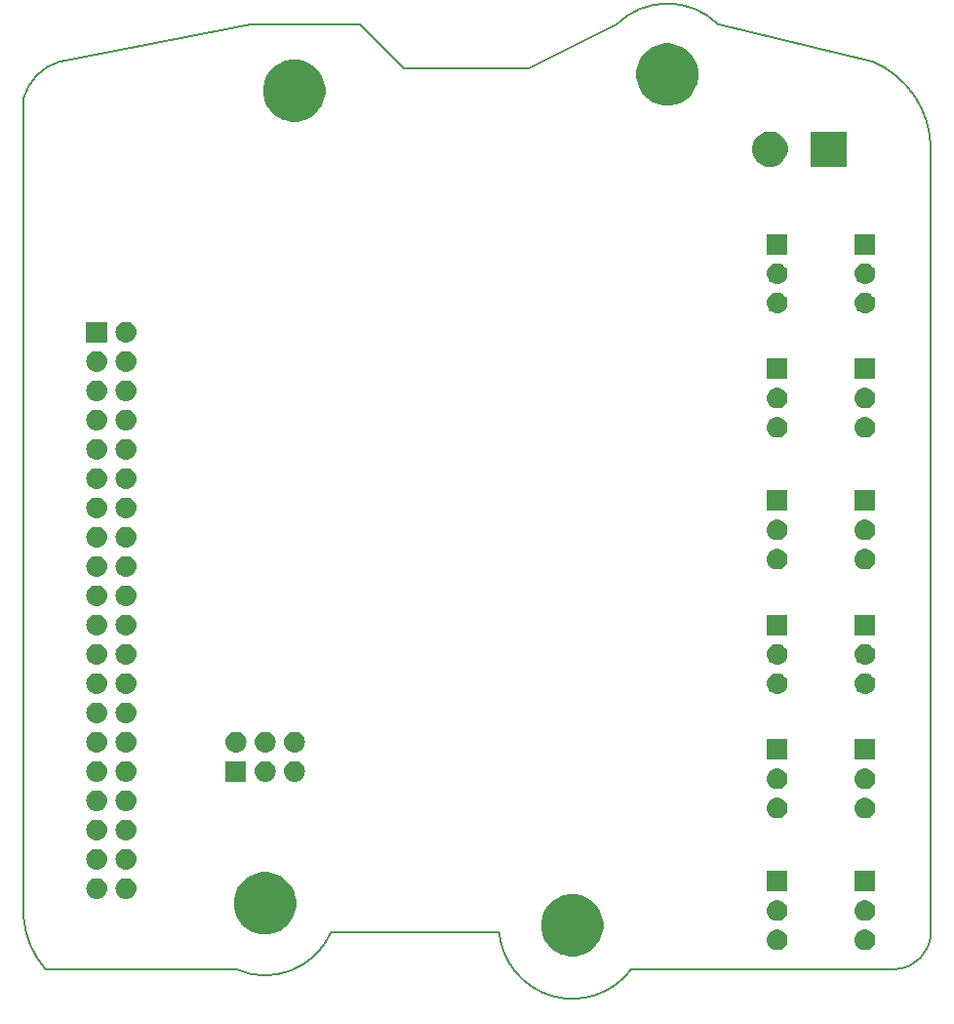
<source format=gbr>
%TF.GenerationSoftware,KiCad,Pcbnew,5.0.2-bee76a0~70~ubuntu18.04.1*%
%TF.CreationDate,2019-03-23T17:03:40+02:00*%
%TF.ProjectId,servos_control_schem,73657276-6f73-45f6-936f-6e74726f6c5f,rev?*%
%TF.SameCoordinates,Original*%
%TF.FileFunction,Soldermask,Bot*%
%TF.FilePolarity,Negative*%
%FSLAX46Y46*%
G04 Gerber Fmt 4.6, Leading zero omitted, Abs format (unit mm)*
G04 Created by KiCad (PCBNEW 5.0.2-bee76a0~70~ubuntu18.04.1) date Sat 23 Mar 2019 05:03:40 PM EET*
%MOMM*%
%LPD*%
G01*
G04 APERTURE LIST*
%ADD10C,0.150000*%
%ADD11C,0.200000*%
G04 APERTURE END LIST*
D10*
X187325000Y-135255000D02*
X188595000Y-135255000D01*
X191770000Y-64135000D02*
X191770000Y-132080000D01*
X191770000Y-132080000D02*
G75*
G02X188595000Y-135255000I-3175000J0D01*
G01*
D11*
X165760335Y-135274003D02*
G75*
G02X154305001Y-132079999I-5105335J3829003D01*
G01*
D10*
X113030001Y-59690000D02*
X113030001Y-130809999D01*
X113030001Y-59690000D02*
G75*
G02X116205001Y-56515001I4444999J-1270000D01*
G01*
X173355000Y-53340000D02*
X186690000Y-56515000D01*
X186690000Y-56515000D02*
G75*
G02X191770000Y-64135000I-3175000J-7620000D01*
G01*
X156845000Y-57150000D02*
X164465000Y-53340000D01*
X146050000Y-57150000D02*
X142240000Y-53340000D01*
X156845000Y-57150000D02*
X146050000Y-57150000D01*
X164465001Y-53340001D02*
G75*
G02X173354999Y-53340001I4444999J-4444999D01*
G01*
X114935000Y-135255000D02*
X125095000Y-135255000D01*
X114935001Y-135254998D02*
G75*
G02X113030001Y-130809999I5714999J5079998D01*
G01*
X132715000Y-53340000D02*
X116205000Y-56515000D01*
X142240000Y-53340000D02*
X132715000Y-53340000D01*
X165735000Y-135255000D02*
X169545000Y-135255000D01*
X140970000Y-132080000D02*
X154305000Y-132080000D01*
X131445000Y-135255000D02*
X130175000Y-135255000D01*
X139699999Y-132079999D02*
G75*
G02X131445001Y-135254999I-5714999J2539999D01*
G01*
X139700000Y-132080000D02*
X140970000Y-132080000D01*
X126365000Y-135255000D02*
X130175000Y-135255000D01*
X169545000Y-135255000D02*
X187325000Y-135255000D01*
X126365000Y-135255000D02*
X125095000Y-135255000D01*
G36*
X161442850Y-128847797D02*
X161442852Y-128847798D01*
X161442853Y-128847798D01*
X161616799Y-128919849D01*
X161934404Y-129051405D01*
X162376790Y-129346998D01*
X162753002Y-129723210D01*
X163048595Y-130165596D01*
X163252203Y-130657150D01*
X163356000Y-131178973D01*
X163356000Y-131711027D01*
X163252203Y-132232850D01*
X163048595Y-132724404D01*
X162753002Y-133166790D01*
X162376790Y-133543002D01*
X161934404Y-133838595D01*
X161624430Y-133966990D01*
X161442853Y-134042202D01*
X161442852Y-134042202D01*
X161442850Y-134042203D01*
X160921027Y-134146000D01*
X160388973Y-134146000D01*
X159867150Y-134042203D01*
X159867148Y-134042202D01*
X159867147Y-134042202D01*
X159685570Y-133966990D01*
X159375596Y-133838595D01*
X158933210Y-133543002D01*
X158556998Y-133166790D01*
X158261405Y-132724404D01*
X158057797Y-132232850D01*
X157954000Y-131711027D01*
X157954000Y-131178973D01*
X158057797Y-130657150D01*
X158261405Y-130165596D01*
X158556998Y-129723210D01*
X158933210Y-129346998D01*
X159375596Y-129051405D01*
X159693201Y-128919849D01*
X159867147Y-128847798D01*
X159867148Y-128847798D01*
X159867150Y-128847797D01*
X160388973Y-128744000D01*
X160921027Y-128744000D01*
X161442850Y-128847797D01*
X161442850Y-128847797D01*
G37*
G36*
X186165443Y-131820519D02*
X186231627Y-131827037D01*
X186344853Y-131861384D01*
X186401467Y-131878557D01*
X186504434Y-131933595D01*
X186557991Y-131962222D01*
X186593729Y-131991552D01*
X186695186Y-132074814D01*
X186778448Y-132176271D01*
X186807778Y-132212009D01*
X186807779Y-132212011D01*
X186891443Y-132368533D01*
X186891443Y-132368534D01*
X186942963Y-132538373D01*
X186960359Y-132715000D01*
X186942963Y-132891627D01*
X186908616Y-133004853D01*
X186891443Y-133061467D01*
X186835147Y-133166787D01*
X186807778Y-133217991D01*
X186778448Y-133253729D01*
X186695186Y-133355186D01*
X186593729Y-133438448D01*
X186557991Y-133467778D01*
X186557989Y-133467779D01*
X186401467Y-133551443D01*
X186344853Y-133568616D01*
X186231627Y-133602963D01*
X186165443Y-133609481D01*
X186099260Y-133616000D01*
X186010740Y-133616000D01*
X185944557Y-133609481D01*
X185878373Y-133602963D01*
X185765147Y-133568616D01*
X185708533Y-133551443D01*
X185552011Y-133467779D01*
X185552009Y-133467778D01*
X185516271Y-133438448D01*
X185414814Y-133355186D01*
X185331552Y-133253729D01*
X185302222Y-133217991D01*
X185274853Y-133166787D01*
X185218557Y-133061467D01*
X185201384Y-133004853D01*
X185167037Y-132891627D01*
X185149641Y-132715000D01*
X185167037Y-132538373D01*
X185218557Y-132368534D01*
X185218557Y-132368533D01*
X185302221Y-132212011D01*
X185302222Y-132212009D01*
X185331552Y-132176271D01*
X185414814Y-132074814D01*
X185516271Y-131991552D01*
X185552009Y-131962222D01*
X185605566Y-131933595D01*
X185708533Y-131878557D01*
X185765147Y-131861384D01*
X185878373Y-131827037D01*
X185944557Y-131820519D01*
X186010740Y-131814000D01*
X186099260Y-131814000D01*
X186165443Y-131820519D01*
X186165443Y-131820519D01*
G37*
G36*
X178545443Y-131820519D02*
X178611627Y-131827037D01*
X178724853Y-131861384D01*
X178781467Y-131878557D01*
X178884434Y-131933595D01*
X178937991Y-131962222D01*
X178973729Y-131991552D01*
X179075186Y-132074814D01*
X179158448Y-132176271D01*
X179187778Y-132212009D01*
X179187779Y-132212011D01*
X179271443Y-132368533D01*
X179271443Y-132368534D01*
X179322963Y-132538373D01*
X179340359Y-132715000D01*
X179322963Y-132891627D01*
X179288616Y-133004853D01*
X179271443Y-133061467D01*
X179215147Y-133166787D01*
X179187778Y-133217991D01*
X179158448Y-133253729D01*
X179075186Y-133355186D01*
X178973729Y-133438448D01*
X178937991Y-133467778D01*
X178937989Y-133467779D01*
X178781467Y-133551443D01*
X178724853Y-133568616D01*
X178611627Y-133602963D01*
X178545443Y-133609481D01*
X178479260Y-133616000D01*
X178390740Y-133616000D01*
X178324557Y-133609481D01*
X178258373Y-133602963D01*
X178145147Y-133568616D01*
X178088533Y-133551443D01*
X177932011Y-133467779D01*
X177932009Y-133467778D01*
X177896271Y-133438448D01*
X177794814Y-133355186D01*
X177711552Y-133253729D01*
X177682222Y-133217991D01*
X177654853Y-133166787D01*
X177598557Y-133061467D01*
X177581384Y-133004853D01*
X177547037Y-132891627D01*
X177529641Y-132715000D01*
X177547037Y-132538373D01*
X177598557Y-132368534D01*
X177598557Y-132368533D01*
X177682221Y-132212011D01*
X177682222Y-132212009D01*
X177711552Y-132176271D01*
X177794814Y-132074814D01*
X177896271Y-131991552D01*
X177932009Y-131962222D01*
X177985566Y-131933595D01*
X178088533Y-131878557D01*
X178145147Y-131861384D01*
X178258373Y-131827037D01*
X178324557Y-131820519D01*
X178390740Y-131814000D01*
X178479260Y-131814000D01*
X178545443Y-131820519D01*
X178545443Y-131820519D01*
G37*
G36*
X134772850Y-126942797D02*
X134772852Y-126942798D01*
X134772853Y-126942798D01*
X134954430Y-127018010D01*
X135264404Y-127146405D01*
X135706790Y-127441998D01*
X136083002Y-127818210D01*
X136378595Y-128260596D01*
X136378595Y-128260597D01*
X136528167Y-128621694D01*
X136582203Y-128752150D01*
X136686000Y-129273973D01*
X136686000Y-129806027D01*
X136582203Y-130327850D01*
X136378595Y-130819404D01*
X136083002Y-131261790D01*
X135706790Y-131638002D01*
X135264404Y-131933595D01*
X134954430Y-132061990D01*
X134772853Y-132137202D01*
X134772852Y-132137202D01*
X134772850Y-132137203D01*
X134251027Y-132241000D01*
X133718973Y-132241000D01*
X133197150Y-132137203D01*
X133197148Y-132137202D01*
X133197147Y-132137202D01*
X133015570Y-132061990D01*
X132705596Y-131933595D01*
X132263210Y-131638002D01*
X131886998Y-131261790D01*
X131591405Y-130819404D01*
X131387797Y-130327850D01*
X131284000Y-129806027D01*
X131284000Y-129273973D01*
X131387797Y-128752150D01*
X131441834Y-128621694D01*
X131591405Y-128260597D01*
X131591405Y-128260596D01*
X131886998Y-127818210D01*
X132263210Y-127441998D01*
X132705596Y-127146405D01*
X133015570Y-127018010D01*
X133197147Y-126942798D01*
X133197148Y-126942798D01*
X133197150Y-126942797D01*
X133718973Y-126839000D01*
X134251027Y-126839000D01*
X134772850Y-126942797D01*
X134772850Y-126942797D01*
G37*
G36*
X178545442Y-129280518D02*
X178611627Y-129287037D01*
X178724853Y-129321384D01*
X178781467Y-129338557D01*
X178920087Y-129412652D01*
X178937991Y-129422222D01*
X178973729Y-129451552D01*
X179075186Y-129534814D01*
X179158448Y-129636271D01*
X179187778Y-129672009D01*
X179187779Y-129672011D01*
X179271443Y-129828533D01*
X179271443Y-129828534D01*
X179322963Y-129998373D01*
X179340359Y-130175000D01*
X179322963Y-130351627D01*
X179288616Y-130464853D01*
X179271443Y-130521467D01*
X179198919Y-130657147D01*
X179187778Y-130677991D01*
X179158448Y-130713729D01*
X179075186Y-130815186D01*
X178973729Y-130898448D01*
X178937991Y-130927778D01*
X178937989Y-130927779D01*
X178781467Y-131011443D01*
X178724853Y-131028616D01*
X178611627Y-131062963D01*
X178545442Y-131069482D01*
X178479260Y-131076000D01*
X178390740Y-131076000D01*
X178324558Y-131069482D01*
X178258373Y-131062963D01*
X178145147Y-131028616D01*
X178088533Y-131011443D01*
X177932011Y-130927779D01*
X177932009Y-130927778D01*
X177896271Y-130898448D01*
X177794814Y-130815186D01*
X177711552Y-130713729D01*
X177682222Y-130677991D01*
X177671081Y-130657147D01*
X177598557Y-130521467D01*
X177581384Y-130464853D01*
X177547037Y-130351627D01*
X177529641Y-130175000D01*
X177547037Y-129998373D01*
X177598557Y-129828534D01*
X177598557Y-129828533D01*
X177682221Y-129672011D01*
X177682222Y-129672009D01*
X177711552Y-129636271D01*
X177794814Y-129534814D01*
X177896271Y-129451552D01*
X177932009Y-129422222D01*
X177949913Y-129412652D01*
X178088533Y-129338557D01*
X178145147Y-129321384D01*
X178258373Y-129287037D01*
X178324558Y-129280518D01*
X178390740Y-129274000D01*
X178479260Y-129274000D01*
X178545442Y-129280518D01*
X178545442Y-129280518D01*
G37*
G36*
X186165442Y-129280518D02*
X186231627Y-129287037D01*
X186344853Y-129321384D01*
X186401467Y-129338557D01*
X186540087Y-129412652D01*
X186557991Y-129422222D01*
X186593729Y-129451552D01*
X186695186Y-129534814D01*
X186778448Y-129636271D01*
X186807778Y-129672009D01*
X186807779Y-129672011D01*
X186891443Y-129828533D01*
X186891443Y-129828534D01*
X186942963Y-129998373D01*
X186960359Y-130175000D01*
X186942963Y-130351627D01*
X186908616Y-130464853D01*
X186891443Y-130521467D01*
X186818919Y-130657147D01*
X186807778Y-130677991D01*
X186778448Y-130713729D01*
X186695186Y-130815186D01*
X186593729Y-130898448D01*
X186557991Y-130927778D01*
X186557989Y-130927779D01*
X186401467Y-131011443D01*
X186344853Y-131028616D01*
X186231627Y-131062963D01*
X186165442Y-131069482D01*
X186099260Y-131076000D01*
X186010740Y-131076000D01*
X185944558Y-131069482D01*
X185878373Y-131062963D01*
X185765147Y-131028616D01*
X185708533Y-131011443D01*
X185552011Y-130927779D01*
X185552009Y-130927778D01*
X185516271Y-130898448D01*
X185414814Y-130815186D01*
X185331552Y-130713729D01*
X185302222Y-130677991D01*
X185291081Y-130657147D01*
X185218557Y-130521467D01*
X185201384Y-130464853D01*
X185167037Y-130351627D01*
X185149641Y-130175000D01*
X185167037Y-129998373D01*
X185218557Y-129828534D01*
X185218557Y-129828533D01*
X185302221Y-129672011D01*
X185302222Y-129672009D01*
X185331552Y-129636271D01*
X185414814Y-129534814D01*
X185516271Y-129451552D01*
X185552009Y-129422222D01*
X185569913Y-129412652D01*
X185708533Y-129338557D01*
X185765147Y-129321384D01*
X185878373Y-129287037D01*
X185944558Y-129280518D01*
X186010740Y-129274000D01*
X186099260Y-129274000D01*
X186165442Y-129280518D01*
X186165442Y-129280518D01*
G37*
G36*
X119559294Y-127368633D02*
X119731694Y-127420931D01*
X119731696Y-127420932D01*
X119890583Y-127505859D01*
X120029849Y-127620151D01*
X120144141Y-127759417D01*
X120175568Y-127818213D01*
X120229069Y-127918306D01*
X120281367Y-128090706D01*
X120299025Y-128270000D01*
X120281367Y-128449294D01*
X120229069Y-128621694D01*
X120229068Y-128621696D01*
X120144141Y-128780583D01*
X120029849Y-128919849D01*
X119890583Y-129034141D01*
X119858284Y-129051405D01*
X119731694Y-129119069D01*
X119559294Y-129171367D01*
X119424931Y-129184600D01*
X119335069Y-129184600D01*
X119200706Y-129171367D01*
X119028306Y-129119069D01*
X118901716Y-129051405D01*
X118869417Y-129034141D01*
X118730151Y-128919849D01*
X118615859Y-128780583D01*
X118530932Y-128621696D01*
X118530931Y-128621694D01*
X118478633Y-128449294D01*
X118460975Y-128270000D01*
X118478633Y-128090706D01*
X118530931Y-127918306D01*
X118584432Y-127818213D01*
X118615859Y-127759417D01*
X118730151Y-127620151D01*
X118869417Y-127505859D01*
X119028304Y-127420932D01*
X119028306Y-127420931D01*
X119200706Y-127368633D01*
X119335069Y-127355400D01*
X119424931Y-127355400D01*
X119559294Y-127368633D01*
X119559294Y-127368633D01*
G37*
G36*
X122099294Y-127368633D02*
X122271694Y-127420931D01*
X122271696Y-127420932D01*
X122430583Y-127505859D01*
X122569849Y-127620151D01*
X122684141Y-127759417D01*
X122715568Y-127818213D01*
X122769069Y-127918306D01*
X122821367Y-128090706D01*
X122839025Y-128270000D01*
X122821367Y-128449294D01*
X122769069Y-128621694D01*
X122769068Y-128621696D01*
X122684141Y-128780583D01*
X122569849Y-128919849D01*
X122430583Y-129034141D01*
X122398284Y-129051405D01*
X122271694Y-129119069D01*
X122099294Y-129171367D01*
X121964931Y-129184600D01*
X121875069Y-129184600D01*
X121740706Y-129171367D01*
X121568306Y-129119069D01*
X121441716Y-129051405D01*
X121409417Y-129034141D01*
X121270151Y-128919849D01*
X121155859Y-128780583D01*
X121070932Y-128621696D01*
X121070931Y-128621694D01*
X121018633Y-128449294D01*
X121000975Y-128270000D01*
X121018633Y-128090706D01*
X121070931Y-127918306D01*
X121124432Y-127818213D01*
X121155859Y-127759417D01*
X121270151Y-127620151D01*
X121409417Y-127505859D01*
X121568304Y-127420932D01*
X121568306Y-127420931D01*
X121740706Y-127368633D01*
X121875069Y-127355400D01*
X121964931Y-127355400D01*
X122099294Y-127368633D01*
X122099294Y-127368633D01*
G37*
G36*
X186956000Y-128536000D02*
X185154000Y-128536000D01*
X185154000Y-126734000D01*
X186956000Y-126734000D01*
X186956000Y-128536000D01*
X186956000Y-128536000D01*
G37*
G36*
X179336000Y-128536000D02*
X177534000Y-128536000D01*
X177534000Y-126734000D01*
X179336000Y-126734000D01*
X179336000Y-128536000D01*
X179336000Y-128536000D01*
G37*
G36*
X122099294Y-124828633D02*
X122271694Y-124880931D01*
X122271696Y-124880932D01*
X122430583Y-124965859D01*
X122430585Y-124965860D01*
X122430584Y-124965860D01*
X122569849Y-125080151D01*
X122684140Y-125219416D01*
X122769069Y-125378306D01*
X122821367Y-125550706D01*
X122839025Y-125730000D01*
X122821367Y-125909294D01*
X122769069Y-126081694D01*
X122769068Y-126081696D01*
X122684141Y-126240583D01*
X122569849Y-126379849D01*
X122430583Y-126494141D01*
X122271696Y-126579068D01*
X122271694Y-126579069D01*
X122099294Y-126631367D01*
X121964931Y-126644600D01*
X121875069Y-126644600D01*
X121740706Y-126631367D01*
X121568306Y-126579069D01*
X121568304Y-126579068D01*
X121409417Y-126494141D01*
X121270151Y-126379849D01*
X121155859Y-126240583D01*
X121070932Y-126081696D01*
X121070931Y-126081694D01*
X121018633Y-125909294D01*
X121000975Y-125730000D01*
X121018633Y-125550706D01*
X121070931Y-125378306D01*
X121155860Y-125219416D01*
X121270151Y-125080151D01*
X121409416Y-124965860D01*
X121409415Y-124965860D01*
X121409417Y-124965859D01*
X121568304Y-124880932D01*
X121568306Y-124880931D01*
X121740706Y-124828633D01*
X121875069Y-124815400D01*
X121964931Y-124815400D01*
X122099294Y-124828633D01*
X122099294Y-124828633D01*
G37*
G36*
X119559294Y-124828633D02*
X119731694Y-124880931D01*
X119731696Y-124880932D01*
X119890583Y-124965859D01*
X119890585Y-124965860D01*
X119890584Y-124965860D01*
X120029849Y-125080151D01*
X120144140Y-125219416D01*
X120229069Y-125378306D01*
X120281367Y-125550706D01*
X120299025Y-125730000D01*
X120281367Y-125909294D01*
X120229069Y-126081694D01*
X120229068Y-126081696D01*
X120144141Y-126240583D01*
X120029849Y-126379849D01*
X119890583Y-126494141D01*
X119731696Y-126579068D01*
X119731694Y-126579069D01*
X119559294Y-126631367D01*
X119424931Y-126644600D01*
X119335069Y-126644600D01*
X119200706Y-126631367D01*
X119028306Y-126579069D01*
X119028304Y-126579068D01*
X118869417Y-126494141D01*
X118730151Y-126379849D01*
X118615859Y-126240583D01*
X118530932Y-126081696D01*
X118530931Y-126081694D01*
X118478633Y-125909294D01*
X118460975Y-125730000D01*
X118478633Y-125550706D01*
X118530931Y-125378306D01*
X118615860Y-125219416D01*
X118730151Y-125080151D01*
X118869416Y-124965860D01*
X118869415Y-124965860D01*
X118869417Y-124965859D01*
X119028304Y-124880932D01*
X119028306Y-124880931D01*
X119200706Y-124828633D01*
X119335069Y-124815400D01*
X119424931Y-124815400D01*
X119559294Y-124828633D01*
X119559294Y-124828633D01*
G37*
G36*
X122099294Y-122288633D02*
X122271694Y-122340931D01*
X122271696Y-122340932D01*
X122430583Y-122425859D01*
X122430585Y-122425860D01*
X122430584Y-122425860D01*
X122569849Y-122540151D01*
X122684140Y-122679416D01*
X122769069Y-122838306D01*
X122821367Y-123010706D01*
X122839025Y-123190000D01*
X122821367Y-123369294D01*
X122769069Y-123541694D01*
X122769068Y-123541696D01*
X122684141Y-123700583D01*
X122569849Y-123839849D01*
X122430583Y-123954141D01*
X122271696Y-124039068D01*
X122271694Y-124039069D01*
X122099294Y-124091367D01*
X121964931Y-124104600D01*
X121875069Y-124104600D01*
X121740706Y-124091367D01*
X121568306Y-124039069D01*
X121568304Y-124039068D01*
X121409417Y-123954141D01*
X121270151Y-123839849D01*
X121155859Y-123700583D01*
X121070932Y-123541696D01*
X121070931Y-123541694D01*
X121018633Y-123369294D01*
X121000975Y-123190000D01*
X121018633Y-123010706D01*
X121070931Y-122838306D01*
X121155860Y-122679416D01*
X121270151Y-122540151D01*
X121409416Y-122425860D01*
X121409415Y-122425860D01*
X121409417Y-122425859D01*
X121568304Y-122340932D01*
X121568306Y-122340931D01*
X121740706Y-122288633D01*
X121875069Y-122275400D01*
X121964931Y-122275400D01*
X122099294Y-122288633D01*
X122099294Y-122288633D01*
G37*
G36*
X119559294Y-122288633D02*
X119731694Y-122340931D01*
X119731696Y-122340932D01*
X119890583Y-122425859D01*
X119890585Y-122425860D01*
X119890584Y-122425860D01*
X120029849Y-122540151D01*
X120144140Y-122679416D01*
X120229069Y-122838306D01*
X120281367Y-123010706D01*
X120299025Y-123190000D01*
X120281367Y-123369294D01*
X120229069Y-123541694D01*
X120229068Y-123541696D01*
X120144141Y-123700583D01*
X120029849Y-123839849D01*
X119890583Y-123954141D01*
X119731696Y-124039068D01*
X119731694Y-124039069D01*
X119559294Y-124091367D01*
X119424931Y-124104600D01*
X119335069Y-124104600D01*
X119200706Y-124091367D01*
X119028306Y-124039069D01*
X119028304Y-124039068D01*
X118869417Y-123954141D01*
X118730151Y-123839849D01*
X118615859Y-123700583D01*
X118530932Y-123541696D01*
X118530931Y-123541694D01*
X118478633Y-123369294D01*
X118460975Y-123190000D01*
X118478633Y-123010706D01*
X118530931Y-122838306D01*
X118615860Y-122679416D01*
X118730151Y-122540151D01*
X118869416Y-122425860D01*
X118869415Y-122425860D01*
X118869417Y-122425859D01*
X119028304Y-122340932D01*
X119028306Y-122340931D01*
X119200706Y-122288633D01*
X119335069Y-122275400D01*
X119424931Y-122275400D01*
X119559294Y-122288633D01*
X119559294Y-122288633D01*
G37*
G36*
X186165443Y-120390519D02*
X186231627Y-120397037D01*
X186344853Y-120431384D01*
X186401467Y-120448557D01*
X186540087Y-120522652D01*
X186557991Y-120532222D01*
X186593729Y-120561552D01*
X186695186Y-120644814D01*
X186778448Y-120746271D01*
X186807778Y-120782009D01*
X186807779Y-120782011D01*
X186891443Y-120938533D01*
X186891443Y-120938534D01*
X186942963Y-121108373D01*
X186960359Y-121285000D01*
X186942963Y-121461627D01*
X186908616Y-121574853D01*
X186891443Y-121631467D01*
X186817348Y-121770087D01*
X186807778Y-121787991D01*
X186778448Y-121823729D01*
X186695186Y-121925186D01*
X186593729Y-122008448D01*
X186557991Y-122037778D01*
X186557989Y-122037779D01*
X186401467Y-122121443D01*
X186344853Y-122138616D01*
X186231627Y-122172963D01*
X186165442Y-122179482D01*
X186099260Y-122186000D01*
X186010740Y-122186000D01*
X185944558Y-122179482D01*
X185878373Y-122172963D01*
X185765147Y-122138616D01*
X185708533Y-122121443D01*
X185552011Y-122037779D01*
X185552009Y-122037778D01*
X185516271Y-122008448D01*
X185414814Y-121925186D01*
X185331552Y-121823729D01*
X185302222Y-121787991D01*
X185292652Y-121770087D01*
X185218557Y-121631467D01*
X185201384Y-121574853D01*
X185167037Y-121461627D01*
X185149641Y-121285000D01*
X185167037Y-121108373D01*
X185218557Y-120938534D01*
X185218557Y-120938533D01*
X185302221Y-120782011D01*
X185302222Y-120782009D01*
X185331552Y-120746271D01*
X185414814Y-120644814D01*
X185516271Y-120561552D01*
X185552009Y-120532222D01*
X185569913Y-120522652D01*
X185708533Y-120448557D01*
X185765147Y-120431384D01*
X185878373Y-120397037D01*
X185944557Y-120390519D01*
X186010740Y-120384000D01*
X186099260Y-120384000D01*
X186165443Y-120390519D01*
X186165443Y-120390519D01*
G37*
G36*
X178545443Y-120390519D02*
X178611627Y-120397037D01*
X178724853Y-120431384D01*
X178781467Y-120448557D01*
X178920087Y-120522652D01*
X178937991Y-120532222D01*
X178973729Y-120561552D01*
X179075186Y-120644814D01*
X179158448Y-120746271D01*
X179187778Y-120782009D01*
X179187779Y-120782011D01*
X179271443Y-120938533D01*
X179271443Y-120938534D01*
X179322963Y-121108373D01*
X179340359Y-121285000D01*
X179322963Y-121461627D01*
X179288616Y-121574853D01*
X179271443Y-121631467D01*
X179197348Y-121770087D01*
X179187778Y-121787991D01*
X179158448Y-121823729D01*
X179075186Y-121925186D01*
X178973729Y-122008448D01*
X178937991Y-122037778D01*
X178937989Y-122037779D01*
X178781467Y-122121443D01*
X178724853Y-122138616D01*
X178611627Y-122172963D01*
X178545442Y-122179482D01*
X178479260Y-122186000D01*
X178390740Y-122186000D01*
X178324558Y-122179482D01*
X178258373Y-122172963D01*
X178145147Y-122138616D01*
X178088533Y-122121443D01*
X177932011Y-122037779D01*
X177932009Y-122037778D01*
X177896271Y-122008448D01*
X177794814Y-121925186D01*
X177711552Y-121823729D01*
X177682222Y-121787991D01*
X177672652Y-121770087D01*
X177598557Y-121631467D01*
X177581384Y-121574853D01*
X177547037Y-121461627D01*
X177529641Y-121285000D01*
X177547037Y-121108373D01*
X177598557Y-120938534D01*
X177598557Y-120938533D01*
X177682221Y-120782011D01*
X177682222Y-120782009D01*
X177711552Y-120746271D01*
X177794814Y-120644814D01*
X177896271Y-120561552D01*
X177932009Y-120532222D01*
X177949913Y-120522652D01*
X178088533Y-120448557D01*
X178145147Y-120431384D01*
X178258373Y-120397037D01*
X178324557Y-120390519D01*
X178390740Y-120384000D01*
X178479260Y-120384000D01*
X178545443Y-120390519D01*
X178545443Y-120390519D01*
G37*
G36*
X122099294Y-119748633D02*
X122271694Y-119800931D01*
X122271696Y-119800932D01*
X122430583Y-119885859D01*
X122430585Y-119885860D01*
X122430584Y-119885860D01*
X122569849Y-120000151D01*
X122684140Y-120139416D01*
X122769069Y-120298306D01*
X122821367Y-120470706D01*
X122839025Y-120650000D01*
X122821367Y-120829294D01*
X122769069Y-121001694D01*
X122769068Y-121001696D01*
X122684141Y-121160583D01*
X122569849Y-121299849D01*
X122430583Y-121414141D01*
X122341743Y-121461627D01*
X122271694Y-121499069D01*
X122099294Y-121551367D01*
X121964931Y-121564600D01*
X121875069Y-121564600D01*
X121740706Y-121551367D01*
X121568306Y-121499069D01*
X121498257Y-121461627D01*
X121409417Y-121414141D01*
X121270151Y-121299849D01*
X121155859Y-121160583D01*
X121070932Y-121001696D01*
X121070931Y-121001694D01*
X121018633Y-120829294D01*
X121000975Y-120650000D01*
X121018633Y-120470706D01*
X121070931Y-120298306D01*
X121155860Y-120139416D01*
X121270151Y-120000151D01*
X121409416Y-119885860D01*
X121409415Y-119885860D01*
X121409417Y-119885859D01*
X121568304Y-119800932D01*
X121568306Y-119800931D01*
X121740706Y-119748633D01*
X121875069Y-119735400D01*
X121964931Y-119735400D01*
X122099294Y-119748633D01*
X122099294Y-119748633D01*
G37*
G36*
X119559294Y-119748633D02*
X119731694Y-119800931D01*
X119731696Y-119800932D01*
X119890583Y-119885859D01*
X119890585Y-119885860D01*
X119890584Y-119885860D01*
X120029849Y-120000151D01*
X120144140Y-120139416D01*
X120229069Y-120298306D01*
X120281367Y-120470706D01*
X120299025Y-120650000D01*
X120281367Y-120829294D01*
X120229069Y-121001694D01*
X120229068Y-121001696D01*
X120144141Y-121160583D01*
X120029849Y-121299849D01*
X119890583Y-121414141D01*
X119801743Y-121461627D01*
X119731694Y-121499069D01*
X119559294Y-121551367D01*
X119424931Y-121564600D01*
X119335069Y-121564600D01*
X119200706Y-121551367D01*
X119028306Y-121499069D01*
X118958257Y-121461627D01*
X118869417Y-121414141D01*
X118730151Y-121299849D01*
X118615859Y-121160583D01*
X118530932Y-121001696D01*
X118530931Y-121001694D01*
X118478633Y-120829294D01*
X118460975Y-120650000D01*
X118478633Y-120470706D01*
X118530931Y-120298306D01*
X118615860Y-120139416D01*
X118730151Y-120000151D01*
X118869416Y-119885860D01*
X118869415Y-119885860D01*
X118869417Y-119885859D01*
X119028304Y-119800932D01*
X119028306Y-119800931D01*
X119200706Y-119748633D01*
X119335069Y-119735400D01*
X119424931Y-119735400D01*
X119559294Y-119748633D01*
X119559294Y-119748633D01*
G37*
G36*
X178545442Y-117850518D02*
X178611627Y-117857037D01*
X178724853Y-117891384D01*
X178781467Y-117908557D01*
X178920087Y-117982652D01*
X178937991Y-117992222D01*
X178973729Y-118021552D01*
X179075186Y-118104814D01*
X179158448Y-118206271D01*
X179187778Y-118242009D01*
X179187779Y-118242011D01*
X179271443Y-118398533D01*
X179271443Y-118398534D01*
X179322963Y-118568373D01*
X179340359Y-118745000D01*
X179322963Y-118921627D01*
X179288616Y-119034853D01*
X179271443Y-119091467D01*
X179197348Y-119230087D01*
X179187778Y-119247991D01*
X179158448Y-119283729D01*
X179075186Y-119385186D01*
X178973729Y-119468448D01*
X178937991Y-119497778D01*
X178937989Y-119497779D01*
X178781467Y-119581443D01*
X178724853Y-119598616D01*
X178611627Y-119632963D01*
X178545443Y-119639481D01*
X178479260Y-119646000D01*
X178390740Y-119646000D01*
X178324557Y-119639481D01*
X178258373Y-119632963D01*
X178145147Y-119598616D01*
X178088533Y-119581443D01*
X177932011Y-119497779D01*
X177932009Y-119497778D01*
X177896271Y-119468448D01*
X177794814Y-119385186D01*
X177711552Y-119283729D01*
X177682222Y-119247991D01*
X177672652Y-119230087D01*
X177598557Y-119091467D01*
X177581384Y-119034853D01*
X177547037Y-118921627D01*
X177529641Y-118745000D01*
X177547037Y-118568373D01*
X177598557Y-118398534D01*
X177598557Y-118398533D01*
X177682221Y-118242011D01*
X177682222Y-118242009D01*
X177711552Y-118206271D01*
X177794814Y-118104814D01*
X177896271Y-118021552D01*
X177932009Y-117992222D01*
X177949913Y-117982652D01*
X178088533Y-117908557D01*
X178145147Y-117891384D01*
X178258373Y-117857037D01*
X178324558Y-117850518D01*
X178390740Y-117844000D01*
X178479260Y-117844000D01*
X178545442Y-117850518D01*
X178545442Y-117850518D01*
G37*
G36*
X186165442Y-117850518D02*
X186231627Y-117857037D01*
X186344853Y-117891384D01*
X186401467Y-117908557D01*
X186540087Y-117982652D01*
X186557991Y-117992222D01*
X186593729Y-118021552D01*
X186695186Y-118104814D01*
X186778448Y-118206271D01*
X186807778Y-118242009D01*
X186807779Y-118242011D01*
X186891443Y-118398533D01*
X186891443Y-118398534D01*
X186942963Y-118568373D01*
X186960359Y-118745000D01*
X186942963Y-118921627D01*
X186908616Y-119034853D01*
X186891443Y-119091467D01*
X186817348Y-119230087D01*
X186807778Y-119247991D01*
X186778448Y-119283729D01*
X186695186Y-119385186D01*
X186593729Y-119468448D01*
X186557991Y-119497778D01*
X186557989Y-119497779D01*
X186401467Y-119581443D01*
X186344853Y-119598616D01*
X186231627Y-119632963D01*
X186165443Y-119639481D01*
X186099260Y-119646000D01*
X186010740Y-119646000D01*
X185944557Y-119639481D01*
X185878373Y-119632963D01*
X185765147Y-119598616D01*
X185708533Y-119581443D01*
X185552011Y-119497779D01*
X185552009Y-119497778D01*
X185516271Y-119468448D01*
X185414814Y-119385186D01*
X185331552Y-119283729D01*
X185302222Y-119247991D01*
X185292652Y-119230087D01*
X185218557Y-119091467D01*
X185201384Y-119034853D01*
X185167037Y-118921627D01*
X185149641Y-118745000D01*
X185167037Y-118568373D01*
X185218557Y-118398534D01*
X185218557Y-118398533D01*
X185302221Y-118242011D01*
X185302222Y-118242009D01*
X185331552Y-118206271D01*
X185414814Y-118104814D01*
X185516271Y-118021552D01*
X185552009Y-117992222D01*
X185569913Y-117982652D01*
X185708533Y-117908557D01*
X185765147Y-117891384D01*
X185878373Y-117857037D01*
X185944558Y-117850518D01*
X186010740Y-117844000D01*
X186099260Y-117844000D01*
X186165442Y-117850518D01*
X186165442Y-117850518D01*
G37*
G36*
X134164294Y-117208633D02*
X134336694Y-117260931D01*
X134336696Y-117260932D01*
X134495583Y-117345859D01*
X134495585Y-117345860D01*
X134495584Y-117345860D01*
X134634849Y-117460151D01*
X134749140Y-117599416D01*
X134834069Y-117758306D01*
X134886367Y-117930706D01*
X134904025Y-118110000D01*
X134886367Y-118289294D01*
X134834069Y-118461694D01*
X134834068Y-118461696D01*
X134749141Y-118620583D01*
X134634849Y-118759849D01*
X134495583Y-118874141D01*
X134406743Y-118921627D01*
X134336694Y-118959069D01*
X134164294Y-119011367D01*
X134029931Y-119024600D01*
X133940069Y-119024600D01*
X133805706Y-119011367D01*
X133633306Y-118959069D01*
X133563257Y-118921627D01*
X133474417Y-118874141D01*
X133335151Y-118759849D01*
X133220859Y-118620583D01*
X133135932Y-118461696D01*
X133135931Y-118461694D01*
X133083633Y-118289294D01*
X133065975Y-118110000D01*
X133083633Y-117930706D01*
X133135931Y-117758306D01*
X133220860Y-117599416D01*
X133335151Y-117460151D01*
X133474416Y-117345860D01*
X133474415Y-117345860D01*
X133474417Y-117345859D01*
X133633304Y-117260932D01*
X133633306Y-117260931D01*
X133805706Y-117208633D01*
X133940069Y-117195400D01*
X134029931Y-117195400D01*
X134164294Y-117208633D01*
X134164294Y-117208633D01*
G37*
G36*
X136704294Y-117208633D02*
X136876694Y-117260931D01*
X136876696Y-117260932D01*
X137035583Y-117345859D01*
X137035585Y-117345860D01*
X137035584Y-117345860D01*
X137174849Y-117460151D01*
X137289140Y-117599416D01*
X137374069Y-117758306D01*
X137426367Y-117930706D01*
X137444025Y-118110000D01*
X137426367Y-118289294D01*
X137374069Y-118461694D01*
X137374068Y-118461696D01*
X137289141Y-118620583D01*
X137174849Y-118759849D01*
X137035583Y-118874141D01*
X136946743Y-118921627D01*
X136876694Y-118959069D01*
X136704294Y-119011367D01*
X136569931Y-119024600D01*
X136480069Y-119024600D01*
X136345706Y-119011367D01*
X136173306Y-118959069D01*
X136103257Y-118921627D01*
X136014417Y-118874141D01*
X135875151Y-118759849D01*
X135760859Y-118620583D01*
X135675932Y-118461696D01*
X135675931Y-118461694D01*
X135623633Y-118289294D01*
X135605975Y-118110000D01*
X135623633Y-117930706D01*
X135675931Y-117758306D01*
X135760860Y-117599416D01*
X135875151Y-117460151D01*
X136014416Y-117345860D01*
X136014415Y-117345860D01*
X136014417Y-117345859D01*
X136173304Y-117260932D01*
X136173306Y-117260931D01*
X136345706Y-117208633D01*
X136480069Y-117195400D01*
X136569931Y-117195400D01*
X136704294Y-117208633D01*
X136704294Y-117208633D01*
G37*
G36*
X119559294Y-117208633D02*
X119731694Y-117260931D01*
X119731696Y-117260932D01*
X119890583Y-117345859D01*
X119890585Y-117345860D01*
X119890584Y-117345860D01*
X120029849Y-117460151D01*
X120144140Y-117599416D01*
X120229069Y-117758306D01*
X120281367Y-117930706D01*
X120299025Y-118110000D01*
X120281367Y-118289294D01*
X120229069Y-118461694D01*
X120229068Y-118461696D01*
X120144141Y-118620583D01*
X120029849Y-118759849D01*
X119890583Y-118874141D01*
X119801743Y-118921627D01*
X119731694Y-118959069D01*
X119559294Y-119011367D01*
X119424931Y-119024600D01*
X119335069Y-119024600D01*
X119200706Y-119011367D01*
X119028306Y-118959069D01*
X118958257Y-118921627D01*
X118869417Y-118874141D01*
X118730151Y-118759849D01*
X118615859Y-118620583D01*
X118530932Y-118461696D01*
X118530931Y-118461694D01*
X118478633Y-118289294D01*
X118460975Y-118110000D01*
X118478633Y-117930706D01*
X118530931Y-117758306D01*
X118615860Y-117599416D01*
X118730151Y-117460151D01*
X118869416Y-117345860D01*
X118869415Y-117345860D01*
X118869417Y-117345859D01*
X119028304Y-117260932D01*
X119028306Y-117260931D01*
X119200706Y-117208633D01*
X119335069Y-117195400D01*
X119424931Y-117195400D01*
X119559294Y-117208633D01*
X119559294Y-117208633D01*
G37*
G36*
X122099294Y-117208633D02*
X122271694Y-117260931D01*
X122271696Y-117260932D01*
X122430583Y-117345859D01*
X122430585Y-117345860D01*
X122430584Y-117345860D01*
X122569849Y-117460151D01*
X122684140Y-117599416D01*
X122769069Y-117758306D01*
X122821367Y-117930706D01*
X122839025Y-118110000D01*
X122821367Y-118289294D01*
X122769069Y-118461694D01*
X122769068Y-118461696D01*
X122684141Y-118620583D01*
X122569849Y-118759849D01*
X122430583Y-118874141D01*
X122341743Y-118921627D01*
X122271694Y-118959069D01*
X122099294Y-119011367D01*
X121964931Y-119024600D01*
X121875069Y-119024600D01*
X121740706Y-119011367D01*
X121568306Y-118959069D01*
X121498257Y-118921627D01*
X121409417Y-118874141D01*
X121270151Y-118759849D01*
X121155859Y-118620583D01*
X121070932Y-118461696D01*
X121070931Y-118461694D01*
X121018633Y-118289294D01*
X121000975Y-118110000D01*
X121018633Y-117930706D01*
X121070931Y-117758306D01*
X121155860Y-117599416D01*
X121270151Y-117460151D01*
X121409416Y-117345860D01*
X121409415Y-117345860D01*
X121409417Y-117345859D01*
X121568304Y-117260932D01*
X121568306Y-117260931D01*
X121740706Y-117208633D01*
X121875069Y-117195400D01*
X121964931Y-117195400D01*
X122099294Y-117208633D01*
X122099294Y-117208633D01*
G37*
G36*
X132359600Y-119024600D02*
X130530400Y-119024600D01*
X130530400Y-117195400D01*
X132359600Y-117195400D01*
X132359600Y-119024600D01*
X132359600Y-119024600D01*
G37*
G36*
X186956000Y-117106000D02*
X185154000Y-117106000D01*
X185154000Y-115304000D01*
X186956000Y-115304000D01*
X186956000Y-117106000D01*
X186956000Y-117106000D01*
G37*
G36*
X179336000Y-117106000D02*
X177534000Y-117106000D01*
X177534000Y-115304000D01*
X179336000Y-115304000D01*
X179336000Y-117106000D01*
X179336000Y-117106000D01*
G37*
G36*
X136704294Y-114668633D02*
X136876694Y-114720931D01*
X136876696Y-114720932D01*
X137035583Y-114805859D01*
X137035585Y-114805860D01*
X137035584Y-114805860D01*
X137174849Y-114920151D01*
X137289140Y-115059416D01*
X137374069Y-115218306D01*
X137426367Y-115390706D01*
X137444025Y-115570000D01*
X137426367Y-115749294D01*
X137374069Y-115921694D01*
X137374068Y-115921696D01*
X137289141Y-116080583D01*
X137174849Y-116219849D01*
X137035583Y-116334141D01*
X136876696Y-116419068D01*
X136876694Y-116419069D01*
X136704294Y-116471367D01*
X136569931Y-116484600D01*
X136480069Y-116484600D01*
X136345706Y-116471367D01*
X136173306Y-116419069D01*
X136173304Y-116419068D01*
X136014417Y-116334141D01*
X135875151Y-116219849D01*
X135760859Y-116080583D01*
X135675932Y-115921696D01*
X135675931Y-115921694D01*
X135623633Y-115749294D01*
X135605975Y-115570000D01*
X135623633Y-115390706D01*
X135675931Y-115218306D01*
X135760860Y-115059416D01*
X135875151Y-114920151D01*
X136014416Y-114805860D01*
X136014415Y-114805860D01*
X136014417Y-114805859D01*
X136173304Y-114720932D01*
X136173306Y-114720931D01*
X136345706Y-114668633D01*
X136480069Y-114655400D01*
X136569931Y-114655400D01*
X136704294Y-114668633D01*
X136704294Y-114668633D01*
G37*
G36*
X134164294Y-114668633D02*
X134336694Y-114720931D01*
X134336696Y-114720932D01*
X134495583Y-114805859D01*
X134495585Y-114805860D01*
X134495584Y-114805860D01*
X134634849Y-114920151D01*
X134749140Y-115059416D01*
X134834069Y-115218306D01*
X134886367Y-115390706D01*
X134904025Y-115570000D01*
X134886367Y-115749294D01*
X134834069Y-115921694D01*
X134834068Y-115921696D01*
X134749141Y-116080583D01*
X134634849Y-116219849D01*
X134495583Y-116334141D01*
X134336696Y-116419068D01*
X134336694Y-116419069D01*
X134164294Y-116471367D01*
X134029931Y-116484600D01*
X133940069Y-116484600D01*
X133805706Y-116471367D01*
X133633306Y-116419069D01*
X133633304Y-116419068D01*
X133474417Y-116334141D01*
X133335151Y-116219849D01*
X133220859Y-116080583D01*
X133135932Y-115921696D01*
X133135931Y-115921694D01*
X133083633Y-115749294D01*
X133065975Y-115570000D01*
X133083633Y-115390706D01*
X133135931Y-115218306D01*
X133220860Y-115059416D01*
X133335151Y-114920151D01*
X133474416Y-114805860D01*
X133474415Y-114805860D01*
X133474417Y-114805859D01*
X133633304Y-114720932D01*
X133633306Y-114720931D01*
X133805706Y-114668633D01*
X133940069Y-114655400D01*
X134029931Y-114655400D01*
X134164294Y-114668633D01*
X134164294Y-114668633D01*
G37*
G36*
X119559294Y-114668633D02*
X119731694Y-114720931D01*
X119731696Y-114720932D01*
X119890583Y-114805859D01*
X119890585Y-114805860D01*
X119890584Y-114805860D01*
X120029849Y-114920151D01*
X120144140Y-115059416D01*
X120229069Y-115218306D01*
X120281367Y-115390706D01*
X120299025Y-115570000D01*
X120281367Y-115749294D01*
X120229069Y-115921694D01*
X120229068Y-115921696D01*
X120144141Y-116080583D01*
X120029849Y-116219849D01*
X119890583Y-116334141D01*
X119731696Y-116419068D01*
X119731694Y-116419069D01*
X119559294Y-116471367D01*
X119424931Y-116484600D01*
X119335069Y-116484600D01*
X119200706Y-116471367D01*
X119028306Y-116419069D01*
X119028304Y-116419068D01*
X118869417Y-116334141D01*
X118730151Y-116219849D01*
X118615859Y-116080583D01*
X118530932Y-115921696D01*
X118530931Y-115921694D01*
X118478633Y-115749294D01*
X118460975Y-115570000D01*
X118478633Y-115390706D01*
X118530931Y-115218306D01*
X118615860Y-115059416D01*
X118730151Y-114920151D01*
X118869416Y-114805860D01*
X118869415Y-114805860D01*
X118869417Y-114805859D01*
X119028304Y-114720932D01*
X119028306Y-114720931D01*
X119200706Y-114668633D01*
X119335069Y-114655400D01*
X119424931Y-114655400D01*
X119559294Y-114668633D01*
X119559294Y-114668633D01*
G37*
G36*
X122099294Y-114668633D02*
X122271694Y-114720931D01*
X122271696Y-114720932D01*
X122430583Y-114805859D01*
X122430585Y-114805860D01*
X122430584Y-114805860D01*
X122569849Y-114920151D01*
X122684140Y-115059416D01*
X122769069Y-115218306D01*
X122821367Y-115390706D01*
X122839025Y-115570000D01*
X122821367Y-115749294D01*
X122769069Y-115921694D01*
X122769068Y-115921696D01*
X122684141Y-116080583D01*
X122569849Y-116219849D01*
X122430583Y-116334141D01*
X122271696Y-116419068D01*
X122271694Y-116419069D01*
X122099294Y-116471367D01*
X121964931Y-116484600D01*
X121875069Y-116484600D01*
X121740706Y-116471367D01*
X121568306Y-116419069D01*
X121568304Y-116419068D01*
X121409417Y-116334141D01*
X121270151Y-116219849D01*
X121155859Y-116080583D01*
X121070932Y-115921696D01*
X121070931Y-115921694D01*
X121018633Y-115749294D01*
X121000975Y-115570000D01*
X121018633Y-115390706D01*
X121070931Y-115218306D01*
X121155860Y-115059416D01*
X121270151Y-114920151D01*
X121409416Y-114805860D01*
X121409415Y-114805860D01*
X121409417Y-114805859D01*
X121568304Y-114720932D01*
X121568306Y-114720931D01*
X121740706Y-114668633D01*
X121875069Y-114655400D01*
X121964931Y-114655400D01*
X122099294Y-114668633D01*
X122099294Y-114668633D01*
G37*
G36*
X131624294Y-114668633D02*
X131796694Y-114720931D01*
X131796696Y-114720932D01*
X131955583Y-114805859D01*
X131955585Y-114805860D01*
X131955584Y-114805860D01*
X132094849Y-114920151D01*
X132209140Y-115059416D01*
X132294069Y-115218306D01*
X132346367Y-115390706D01*
X132364025Y-115570000D01*
X132346367Y-115749294D01*
X132294069Y-115921694D01*
X132294068Y-115921696D01*
X132209141Y-116080583D01*
X132094849Y-116219849D01*
X131955583Y-116334141D01*
X131796696Y-116419068D01*
X131796694Y-116419069D01*
X131624294Y-116471367D01*
X131489931Y-116484600D01*
X131400069Y-116484600D01*
X131265706Y-116471367D01*
X131093306Y-116419069D01*
X131093304Y-116419068D01*
X130934417Y-116334141D01*
X130795151Y-116219849D01*
X130680859Y-116080583D01*
X130595932Y-115921696D01*
X130595931Y-115921694D01*
X130543633Y-115749294D01*
X130525975Y-115570000D01*
X130543633Y-115390706D01*
X130595931Y-115218306D01*
X130680860Y-115059416D01*
X130795151Y-114920151D01*
X130934416Y-114805860D01*
X130934415Y-114805860D01*
X130934417Y-114805859D01*
X131093304Y-114720932D01*
X131093306Y-114720931D01*
X131265706Y-114668633D01*
X131400069Y-114655400D01*
X131489931Y-114655400D01*
X131624294Y-114668633D01*
X131624294Y-114668633D01*
G37*
G36*
X122099294Y-112128633D02*
X122271694Y-112180931D01*
X122271696Y-112180932D01*
X122430583Y-112265859D01*
X122430585Y-112265860D01*
X122430584Y-112265860D01*
X122569849Y-112380151D01*
X122684140Y-112519416D01*
X122769069Y-112678306D01*
X122821367Y-112850706D01*
X122839025Y-113030000D01*
X122821367Y-113209294D01*
X122769069Y-113381694D01*
X122769068Y-113381696D01*
X122684141Y-113540583D01*
X122569849Y-113679849D01*
X122430583Y-113794141D01*
X122271696Y-113879068D01*
X122271694Y-113879069D01*
X122099294Y-113931367D01*
X121964931Y-113944600D01*
X121875069Y-113944600D01*
X121740706Y-113931367D01*
X121568306Y-113879069D01*
X121568304Y-113879068D01*
X121409417Y-113794141D01*
X121270151Y-113679849D01*
X121155859Y-113540583D01*
X121070932Y-113381696D01*
X121070931Y-113381694D01*
X121018633Y-113209294D01*
X121000975Y-113030000D01*
X121018633Y-112850706D01*
X121070931Y-112678306D01*
X121155860Y-112519416D01*
X121270151Y-112380151D01*
X121409416Y-112265860D01*
X121409415Y-112265860D01*
X121409417Y-112265859D01*
X121568304Y-112180932D01*
X121568306Y-112180931D01*
X121740706Y-112128633D01*
X121875069Y-112115400D01*
X121964931Y-112115400D01*
X122099294Y-112128633D01*
X122099294Y-112128633D01*
G37*
G36*
X119559294Y-112128633D02*
X119731694Y-112180931D01*
X119731696Y-112180932D01*
X119890583Y-112265859D01*
X119890585Y-112265860D01*
X119890584Y-112265860D01*
X120029849Y-112380151D01*
X120144140Y-112519416D01*
X120229069Y-112678306D01*
X120281367Y-112850706D01*
X120299025Y-113030000D01*
X120281367Y-113209294D01*
X120229069Y-113381694D01*
X120229068Y-113381696D01*
X120144141Y-113540583D01*
X120029849Y-113679849D01*
X119890583Y-113794141D01*
X119731696Y-113879068D01*
X119731694Y-113879069D01*
X119559294Y-113931367D01*
X119424931Y-113944600D01*
X119335069Y-113944600D01*
X119200706Y-113931367D01*
X119028306Y-113879069D01*
X119028304Y-113879068D01*
X118869417Y-113794141D01*
X118730151Y-113679849D01*
X118615859Y-113540583D01*
X118530932Y-113381696D01*
X118530931Y-113381694D01*
X118478633Y-113209294D01*
X118460975Y-113030000D01*
X118478633Y-112850706D01*
X118530931Y-112678306D01*
X118615860Y-112519416D01*
X118730151Y-112380151D01*
X118869416Y-112265860D01*
X118869415Y-112265860D01*
X118869417Y-112265859D01*
X119028304Y-112180932D01*
X119028306Y-112180931D01*
X119200706Y-112128633D01*
X119335069Y-112115400D01*
X119424931Y-112115400D01*
X119559294Y-112128633D01*
X119559294Y-112128633D01*
G37*
G36*
X119559294Y-109588633D02*
X119731694Y-109640931D01*
X119731696Y-109640932D01*
X119890583Y-109725859D01*
X119890585Y-109725860D01*
X119890584Y-109725860D01*
X120029849Y-109840151D01*
X120144140Y-109979416D01*
X120229069Y-110138306D01*
X120281367Y-110310706D01*
X120299025Y-110490000D01*
X120281367Y-110669294D01*
X120229069Y-110841694D01*
X120229068Y-110841696D01*
X120144141Y-111000583D01*
X120029849Y-111139849D01*
X119890583Y-111254141D01*
X119731696Y-111339068D01*
X119731694Y-111339069D01*
X119559294Y-111391367D01*
X119424931Y-111404600D01*
X119335069Y-111404600D01*
X119200706Y-111391367D01*
X119028306Y-111339069D01*
X119028304Y-111339068D01*
X118869417Y-111254141D01*
X118730151Y-111139849D01*
X118615859Y-111000583D01*
X118530932Y-110841696D01*
X118530931Y-110841694D01*
X118478633Y-110669294D01*
X118460975Y-110490000D01*
X118478633Y-110310706D01*
X118530931Y-110138306D01*
X118615860Y-109979416D01*
X118730151Y-109840151D01*
X118869416Y-109725860D01*
X118869415Y-109725860D01*
X118869417Y-109725859D01*
X119028304Y-109640932D01*
X119028306Y-109640931D01*
X119200706Y-109588633D01*
X119335069Y-109575400D01*
X119424931Y-109575400D01*
X119559294Y-109588633D01*
X119559294Y-109588633D01*
G37*
G36*
X122099294Y-109588633D02*
X122271694Y-109640931D01*
X122271696Y-109640932D01*
X122430583Y-109725859D01*
X122430585Y-109725860D01*
X122430584Y-109725860D01*
X122569849Y-109840151D01*
X122684140Y-109979416D01*
X122769069Y-110138306D01*
X122821367Y-110310706D01*
X122839025Y-110490000D01*
X122821367Y-110669294D01*
X122769069Y-110841694D01*
X122769068Y-110841696D01*
X122684141Y-111000583D01*
X122569849Y-111139849D01*
X122430583Y-111254141D01*
X122271696Y-111339068D01*
X122271694Y-111339069D01*
X122099294Y-111391367D01*
X121964931Y-111404600D01*
X121875069Y-111404600D01*
X121740706Y-111391367D01*
X121568306Y-111339069D01*
X121568304Y-111339068D01*
X121409417Y-111254141D01*
X121270151Y-111139849D01*
X121155859Y-111000583D01*
X121070932Y-110841696D01*
X121070931Y-110841694D01*
X121018633Y-110669294D01*
X121000975Y-110490000D01*
X121018633Y-110310706D01*
X121070931Y-110138306D01*
X121155860Y-109979416D01*
X121270151Y-109840151D01*
X121409416Y-109725860D01*
X121409415Y-109725860D01*
X121409417Y-109725859D01*
X121568304Y-109640932D01*
X121568306Y-109640931D01*
X121740706Y-109588633D01*
X121875069Y-109575400D01*
X121964931Y-109575400D01*
X122099294Y-109588633D01*
X122099294Y-109588633D01*
G37*
G36*
X186165442Y-109595518D02*
X186231627Y-109602037D01*
X186344853Y-109636384D01*
X186401467Y-109653557D01*
X186536734Y-109725860D01*
X186557991Y-109737222D01*
X186593729Y-109766552D01*
X186695186Y-109849814D01*
X186778448Y-109951271D01*
X186807778Y-109987009D01*
X186807779Y-109987011D01*
X186891443Y-110143533D01*
X186891443Y-110143534D01*
X186942963Y-110313373D01*
X186960359Y-110490000D01*
X186942963Y-110666627D01*
X186908616Y-110779853D01*
X186891443Y-110836467D01*
X186817348Y-110975087D01*
X186807778Y-110992991D01*
X186778448Y-111028729D01*
X186695186Y-111130186D01*
X186593729Y-111213448D01*
X186557991Y-111242778D01*
X186557989Y-111242779D01*
X186401467Y-111326443D01*
X186359847Y-111339068D01*
X186231627Y-111377963D01*
X186165443Y-111384481D01*
X186099260Y-111391000D01*
X186010740Y-111391000D01*
X185944557Y-111384481D01*
X185878373Y-111377963D01*
X185750153Y-111339068D01*
X185708533Y-111326443D01*
X185552011Y-111242779D01*
X185552009Y-111242778D01*
X185516271Y-111213448D01*
X185414814Y-111130186D01*
X185331552Y-111028729D01*
X185302222Y-110992991D01*
X185292652Y-110975087D01*
X185218557Y-110836467D01*
X185201384Y-110779853D01*
X185167037Y-110666627D01*
X185149641Y-110490000D01*
X185167037Y-110313373D01*
X185218557Y-110143534D01*
X185218557Y-110143533D01*
X185302221Y-109987011D01*
X185302222Y-109987009D01*
X185331552Y-109951271D01*
X185414814Y-109849814D01*
X185516271Y-109766552D01*
X185552009Y-109737222D01*
X185573266Y-109725860D01*
X185708533Y-109653557D01*
X185765147Y-109636384D01*
X185878373Y-109602037D01*
X185944558Y-109595518D01*
X186010740Y-109589000D01*
X186099260Y-109589000D01*
X186165442Y-109595518D01*
X186165442Y-109595518D01*
G37*
G36*
X178545442Y-109595518D02*
X178611627Y-109602037D01*
X178724853Y-109636384D01*
X178781467Y-109653557D01*
X178916734Y-109725860D01*
X178937991Y-109737222D01*
X178973729Y-109766552D01*
X179075186Y-109849814D01*
X179158448Y-109951271D01*
X179187778Y-109987009D01*
X179187779Y-109987011D01*
X179271443Y-110143533D01*
X179271443Y-110143534D01*
X179322963Y-110313373D01*
X179340359Y-110490000D01*
X179322963Y-110666627D01*
X179288616Y-110779853D01*
X179271443Y-110836467D01*
X179197348Y-110975087D01*
X179187778Y-110992991D01*
X179158448Y-111028729D01*
X179075186Y-111130186D01*
X178973729Y-111213448D01*
X178937991Y-111242778D01*
X178937989Y-111242779D01*
X178781467Y-111326443D01*
X178739847Y-111339068D01*
X178611627Y-111377963D01*
X178545443Y-111384481D01*
X178479260Y-111391000D01*
X178390740Y-111391000D01*
X178324557Y-111384481D01*
X178258373Y-111377963D01*
X178130153Y-111339068D01*
X178088533Y-111326443D01*
X177932011Y-111242779D01*
X177932009Y-111242778D01*
X177896271Y-111213448D01*
X177794814Y-111130186D01*
X177711552Y-111028729D01*
X177682222Y-110992991D01*
X177672652Y-110975087D01*
X177598557Y-110836467D01*
X177581384Y-110779853D01*
X177547037Y-110666627D01*
X177529641Y-110490000D01*
X177547037Y-110313373D01*
X177598557Y-110143534D01*
X177598557Y-110143533D01*
X177682221Y-109987011D01*
X177682222Y-109987009D01*
X177711552Y-109951271D01*
X177794814Y-109849814D01*
X177896271Y-109766552D01*
X177932009Y-109737222D01*
X177953266Y-109725860D01*
X178088533Y-109653557D01*
X178145147Y-109636384D01*
X178258373Y-109602037D01*
X178324558Y-109595518D01*
X178390740Y-109589000D01*
X178479260Y-109589000D01*
X178545442Y-109595518D01*
X178545442Y-109595518D01*
G37*
G36*
X119559294Y-107048633D02*
X119731694Y-107100931D01*
X119731696Y-107100932D01*
X119890583Y-107185859D01*
X119890585Y-107185860D01*
X119890584Y-107185860D01*
X120029849Y-107300151D01*
X120144140Y-107439416D01*
X120229069Y-107598306D01*
X120281367Y-107770706D01*
X120299025Y-107950000D01*
X120281367Y-108129294D01*
X120229069Y-108301694D01*
X120229068Y-108301696D01*
X120144141Y-108460583D01*
X120029849Y-108599849D01*
X119890583Y-108714141D01*
X119731696Y-108799068D01*
X119731694Y-108799069D01*
X119559294Y-108851367D01*
X119424931Y-108864600D01*
X119335069Y-108864600D01*
X119200706Y-108851367D01*
X119028306Y-108799069D01*
X119028304Y-108799068D01*
X118869417Y-108714141D01*
X118730151Y-108599849D01*
X118615859Y-108460583D01*
X118530932Y-108301696D01*
X118530931Y-108301694D01*
X118478633Y-108129294D01*
X118460975Y-107950000D01*
X118478633Y-107770706D01*
X118530931Y-107598306D01*
X118615860Y-107439416D01*
X118730151Y-107300151D01*
X118869416Y-107185860D01*
X118869415Y-107185860D01*
X118869417Y-107185859D01*
X119028304Y-107100932D01*
X119028306Y-107100931D01*
X119200706Y-107048633D01*
X119335069Y-107035400D01*
X119424931Y-107035400D01*
X119559294Y-107048633D01*
X119559294Y-107048633D01*
G37*
G36*
X122099294Y-107048633D02*
X122271694Y-107100931D01*
X122271696Y-107100932D01*
X122430583Y-107185859D01*
X122430585Y-107185860D01*
X122430584Y-107185860D01*
X122569849Y-107300151D01*
X122684140Y-107439416D01*
X122769069Y-107598306D01*
X122821367Y-107770706D01*
X122839025Y-107950000D01*
X122821367Y-108129294D01*
X122769069Y-108301694D01*
X122769068Y-108301696D01*
X122684141Y-108460583D01*
X122569849Y-108599849D01*
X122430583Y-108714141D01*
X122271696Y-108799068D01*
X122271694Y-108799069D01*
X122099294Y-108851367D01*
X121964931Y-108864600D01*
X121875069Y-108864600D01*
X121740706Y-108851367D01*
X121568306Y-108799069D01*
X121568304Y-108799068D01*
X121409417Y-108714141D01*
X121270151Y-108599849D01*
X121155859Y-108460583D01*
X121070932Y-108301696D01*
X121070931Y-108301694D01*
X121018633Y-108129294D01*
X121000975Y-107950000D01*
X121018633Y-107770706D01*
X121070931Y-107598306D01*
X121155860Y-107439416D01*
X121270151Y-107300151D01*
X121409416Y-107185860D01*
X121409415Y-107185860D01*
X121409417Y-107185859D01*
X121568304Y-107100932D01*
X121568306Y-107100931D01*
X121740706Y-107048633D01*
X121875069Y-107035400D01*
X121964931Y-107035400D01*
X122099294Y-107048633D01*
X122099294Y-107048633D01*
G37*
G36*
X186165442Y-107055518D02*
X186231627Y-107062037D01*
X186344853Y-107096384D01*
X186401467Y-107113557D01*
X186536734Y-107185860D01*
X186557991Y-107197222D01*
X186593729Y-107226552D01*
X186695186Y-107309814D01*
X186778448Y-107411271D01*
X186807778Y-107447009D01*
X186807779Y-107447011D01*
X186891443Y-107603533D01*
X186891443Y-107603534D01*
X186942963Y-107773373D01*
X186960359Y-107950000D01*
X186942963Y-108126627D01*
X186908616Y-108239853D01*
X186891443Y-108296467D01*
X186817348Y-108435087D01*
X186807778Y-108452991D01*
X186778448Y-108488729D01*
X186695186Y-108590186D01*
X186593729Y-108673448D01*
X186557991Y-108702778D01*
X186557989Y-108702779D01*
X186401467Y-108786443D01*
X186359847Y-108799068D01*
X186231627Y-108837963D01*
X186165442Y-108844482D01*
X186099260Y-108851000D01*
X186010740Y-108851000D01*
X185944558Y-108844482D01*
X185878373Y-108837963D01*
X185750153Y-108799068D01*
X185708533Y-108786443D01*
X185552011Y-108702779D01*
X185552009Y-108702778D01*
X185516271Y-108673448D01*
X185414814Y-108590186D01*
X185331552Y-108488729D01*
X185302222Y-108452991D01*
X185292652Y-108435087D01*
X185218557Y-108296467D01*
X185201384Y-108239853D01*
X185167037Y-108126627D01*
X185149641Y-107950000D01*
X185167037Y-107773373D01*
X185218557Y-107603534D01*
X185218557Y-107603533D01*
X185302221Y-107447011D01*
X185302222Y-107447009D01*
X185331552Y-107411271D01*
X185414814Y-107309814D01*
X185516271Y-107226552D01*
X185552009Y-107197222D01*
X185573266Y-107185860D01*
X185708533Y-107113557D01*
X185765147Y-107096384D01*
X185878373Y-107062037D01*
X185944558Y-107055518D01*
X186010740Y-107049000D01*
X186099260Y-107049000D01*
X186165442Y-107055518D01*
X186165442Y-107055518D01*
G37*
G36*
X178545442Y-107055518D02*
X178611627Y-107062037D01*
X178724853Y-107096384D01*
X178781467Y-107113557D01*
X178916734Y-107185860D01*
X178937991Y-107197222D01*
X178973729Y-107226552D01*
X179075186Y-107309814D01*
X179158448Y-107411271D01*
X179187778Y-107447009D01*
X179187779Y-107447011D01*
X179271443Y-107603533D01*
X179271443Y-107603534D01*
X179322963Y-107773373D01*
X179340359Y-107950000D01*
X179322963Y-108126627D01*
X179288616Y-108239853D01*
X179271443Y-108296467D01*
X179197348Y-108435087D01*
X179187778Y-108452991D01*
X179158448Y-108488729D01*
X179075186Y-108590186D01*
X178973729Y-108673448D01*
X178937991Y-108702778D01*
X178937989Y-108702779D01*
X178781467Y-108786443D01*
X178739847Y-108799068D01*
X178611627Y-108837963D01*
X178545442Y-108844482D01*
X178479260Y-108851000D01*
X178390740Y-108851000D01*
X178324558Y-108844482D01*
X178258373Y-108837963D01*
X178130153Y-108799068D01*
X178088533Y-108786443D01*
X177932011Y-108702779D01*
X177932009Y-108702778D01*
X177896271Y-108673448D01*
X177794814Y-108590186D01*
X177711552Y-108488729D01*
X177682222Y-108452991D01*
X177672652Y-108435087D01*
X177598557Y-108296467D01*
X177581384Y-108239853D01*
X177547037Y-108126627D01*
X177529641Y-107950000D01*
X177547037Y-107773373D01*
X177598557Y-107603534D01*
X177598557Y-107603533D01*
X177682221Y-107447011D01*
X177682222Y-107447009D01*
X177711552Y-107411271D01*
X177794814Y-107309814D01*
X177896271Y-107226552D01*
X177932009Y-107197222D01*
X177953266Y-107185860D01*
X178088533Y-107113557D01*
X178145147Y-107096384D01*
X178258373Y-107062037D01*
X178324558Y-107055518D01*
X178390740Y-107049000D01*
X178479260Y-107049000D01*
X178545442Y-107055518D01*
X178545442Y-107055518D01*
G37*
G36*
X122099294Y-104508633D02*
X122271694Y-104560931D01*
X122271696Y-104560932D01*
X122430583Y-104645859D01*
X122430585Y-104645860D01*
X122430584Y-104645860D01*
X122569849Y-104760151D01*
X122684140Y-104899416D01*
X122769069Y-105058306D01*
X122821367Y-105230706D01*
X122839025Y-105410000D01*
X122821367Y-105589294D01*
X122769069Y-105761694D01*
X122769068Y-105761696D01*
X122684141Y-105920583D01*
X122569849Y-106059849D01*
X122430583Y-106174141D01*
X122271696Y-106259068D01*
X122271694Y-106259069D01*
X122099294Y-106311367D01*
X121964931Y-106324600D01*
X121875069Y-106324600D01*
X121740706Y-106311367D01*
X121568306Y-106259069D01*
X121568304Y-106259068D01*
X121409417Y-106174141D01*
X121270151Y-106059849D01*
X121155859Y-105920583D01*
X121070932Y-105761696D01*
X121070931Y-105761694D01*
X121018633Y-105589294D01*
X121000975Y-105410000D01*
X121018633Y-105230706D01*
X121070931Y-105058306D01*
X121155860Y-104899416D01*
X121270151Y-104760151D01*
X121409416Y-104645860D01*
X121409415Y-104645860D01*
X121409417Y-104645859D01*
X121568304Y-104560932D01*
X121568306Y-104560931D01*
X121740706Y-104508633D01*
X121875069Y-104495400D01*
X121964931Y-104495400D01*
X122099294Y-104508633D01*
X122099294Y-104508633D01*
G37*
G36*
X119559294Y-104508633D02*
X119731694Y-104560931D01*
X119731696Y-104560932D01*
X119890583Y-104645859D01*
X119890585Y-104645860D01*
X119890584Y-104645860D01*
X120029849Y-104760151D01*
X120144140Y-104899416D01*
X120229069Y-105058306D01*
X120281367Y-105230706D01*
X120299025Y-105410000D01*
X120281367Y-105589294D01*
X120229069Y-105761694D01*
X120229068Y-105761696D01*
X120144141Y-105920583D01*
X120029849Y-106059849D01*
X119890583Y-106174141D01*
X119731696Y-106259068D01*
X119731694Y-106259069D01*
X119559294Y-106311367D01*
X119424931Y-106324600D01*
X119335069Y-106324600D01*
X119200706Y-106311367D01*
X119028306Y-106259069D01*
X119028304Y-106259068D01*
X118869417Y-106174141D01*
X118730151Y-106059849D01*
X118615859Y-105920583D01*
X118530932Y-105761696D01*
X118530931Y-105761694D01*
X118478633Y-105589294D01*
X118460975Y-105410000D01*
X118478633Y-105230706D01*
X118530931Y-105058306D01*
X118615860Y-104899416D01*
X118730151Y-104760151D01*
X118869416Y-104645860D01*
X118869415Y-104645860D01*
X118869417Y-104645859D01*
X119028304Y-104560932D01*
X119028306Y-104560931D01*
X119200706Y-104508633D01*
X119335069Y-104495400D01*
X119424931Y-104495400D01*
X119559294Y-104508633D01*
X119559294Y-104508633D01*
G37*
G36*
X179336000Y-106311000D02*
X177534000Y-106311000D01*
X177534000Y-104509000D01*
X179336000Y-104509000D01*
X179336000Y-106311000D01*
X179336000Y-106311000D01*
G37*
G36*
X186956000Y-106311000D02*
X185154000Y-106311000D01*
X185154000Y-104509000D01*
X186956000Y-104509000D01*
X186956000Y-106311000D01*
X186956000Y-106311000D01*
G37*
G36*
X122099294Y-101968633D02*
X122271694Y-102020931D01*
X122271696Y-102020932D01*
X122430583Y-102105859D01*
X122430585Y-102105860D01*
X122430584Y-102105860D01*
X122569849Y-102220151D01*
X122684140Y-102359416D01*
X122769069Y-102518306D01*
X122821367Y-102690706D01*
X122839025Y-102870000D01*
X122821367Y-103049294D01*
X122769069Y-103221694D01*
X122769068Y-103221696D01*
X122684141Y-103380583D01*
X122569849Y-103519849D01*
X122430583Y-103634141D01*
X122271696Y-103719068D01*
X122271694Y-103719069D01*
X122099294Y-103771367D01*
X121964931Y-103784600D01*
X121875069Y-103784600D01*
X121740706Y-103771367D01*
X121568306Y-103719069D01*
X121568304Y-103719068D01*
X121409417Y-103634141D01*
X121270151Y-103519849D01*
X121155859Y-103380583D01*
X121070932Y-103221696D01*
X121070931Y-103221694D01*
X121018633Y-103049294D01*
X121000975Y-102870000D01*
X121018633Y-102690706D01*
X121070931Y-102518306D01*
X121155860Y-102359416D01*
X121270151Y-102220151D01*
X121409416Y-102105860D01*
X121409415Y-102105860D01*
X121409417Y-102105859D01*
X121568304Y-102020932D01*
X121568306Y-102020931D01*
X121740706Y-101968633D01*
X121875069Y-101955400D01*
X121964931Y-101955400D01*
X122099294Y-101968633D01*
X122099294Y-101968633D01*
G37*
G36*
X119559294Y-101968633D02*
X119731694Y-102020931D01*
X119731696Y-102020932D01*
X119890583Y-102105859D01*
X119890585Y-102105860D01*
X119890584Y-102105860D01*
X120029849Y-102220151D01*
X120144140Y-102359416D01*
X120229069Y-102518306D01*
X120281367Y-102690706D01*
X120299025Y-102870000D01*
X120281367Y-103049294D01*
X120229069Y-103221694D01*
X120229068Y-103221696D01*
X120144141Y-103380583D01*
X120029849Y-103519849D01*
X119890583Y-103634141D01*
X119731696Y-103719068D01*
X119731694Y-103719069D01*
X119559294Y-103771367D01*
X119424931Y-103784600D01*
X119335069Y-103784600D01*
X119200706Y-103771367D01*
X119028306Y-103719069D01*
X119028304Y-103719068D01*
X118869417Y-103634141D01*
X118730151Y-103519849D01*
X118615859Y-103380583D01*
X118530932Y-103221696D01*
X118530931Y-103221694D01*
X118478633Y-103049294D01*
X118460975Y-102870000D01*
X118478633Y-102690706D01*
X118530931Y-102518306D01*
X118615860Y-102359416D01*
X118730151Y-102220151D01*
X118869416Y-102105860D01*
X118869415Y-102105860D01*
X118869417Y-102105859D01*
X119028304Y-102020932D01*
X119028306Y-102020931D01*
X119200706Y-101968633D01*
X119335069Y-101955400D01*
X119424931Y-101955400D01*
X119559294Y-101968633D01*
X119559294Y-101968633D01*
G37*
G36*
X119559294Y-99428633D02*
X119731694Y-99480931D01*
X119731696Y-99480932D01*
X119890583Y-99565859D01*
X120029849Y-99680151D01*
X120144141Y-99819417D01*
X120172048Y-99871627D01*
X120229069Y-99978306D01*
X120281367Y-100150706D01*
X120299025Y-100330000D01*
X120281367Y-100509294D01*
X120229069Y-100681694D01*
X120229068Y-100681696D01*
X120144141Y-100840583D01*
X120029849Y-100979849D01*
X119890583Y-101094141D01*
X119731696Y-101179068D01*
X119731694Y-101179069D01*
X119559294Y-101231367D01*
X119424931Y-101244600D01*
X119335069Y-101244600D01*
X119200706Y-101231367D01*
X119028306Y-101179069D01*
X119028304Y-101179068D01*
X118869417Y-101094141D01*
X118730151Y-100979849D01*
X118615859Y-100840583D01*
X118530932Y-100681696D01*
X118530931Y-100681694D01*
X118478633Y-100509294D01*
X118460975Y-100330000D01*
X118478633Y-100150706D01*
X118530931Y-99978306D01*
X118587952Y-99871627D01*
X118615859Y-99819417D01*
X118730151Y-99680151D01*
X118869417Y-99565859D01*
X119028304Y-99480932D01*
X119028306Y-99480931D01*
X119200706Y-99428633D01*
X119335069Y-99415400D01*
X119424931Y-99415400D01*
X119559294Y-99428633D01*
X119559294Y-99428633D01*
G37*
G36*
X122099294Y-99428633D02*
X122271694Y-99480931D01*
X122271696Y-99480932D01*
X122430583Y-99565859D01*
X122569849Y-99680151D01*
X122684141Y-99819417D01*
X122712048Y-99871627D01*
X122769069Y-99978306D01*
X122821367Y-100150706D01*
X122839025Y-100330000D01*
X122821367Y-100509294D01*
X122769069Y-100681694D01*
X122769068Y-100681696D01*
X122684141Y-100840583D01*
X122569849Y-100979849D01*
X122430583Y-101094141D01*
X122271696Y-101179068D01*
X122271694Y-101179069D01*
X122099294Y-101231367D01*
X121964931Y-101244600D01*
X121875069Y-101244600D01*
X121740706Y-101231367D01*
X121568306Y-101179069D01*
X121568304Y-101179068D01*
X121409417Y-101094141D01*
X121270151Y-100979849D01*
X121155859Y-100840583D01*
X121070932Y-100681696D01*
X121070931Y-100681694D01*
X121018633Y-100509294D01*
X121000975Y-100330000D01*
X121018633Y-100150706D01*
X121070931Y-99978306D01*
X121127952Y-99871627D01*
X121155859Y-99819417D01*
X121270151Y-99680151D01*
X121409417Y-99565859D01*
X121568304Y-99480932D01*
X121568306Y-99480931D01*
X121740706Y-99428633D01*
X121875069Y-99415400D01*
X121964931Y-99415400D01*
X122099294Y-99428633D01*
X122099294Y-99428633D01*
G37*
G36*
X178545443Y-98800519D02*
X178611627Y-98807037D01*
X178724853Y-98841384D01*
X178781467Y-98858557D01*
X178920087Y-98932652D01*
X178937991Y-98942222D01*
X178973729Y-98971552D01*
X179075186Y-99054814D01*
X179158448Y-99156271D01*
X179187778Y-99192009D01*
X179187779Y-99192011D01*
X179271443Y-99348533D01*
X179271443Y-99348534D01*
X179322963Y-99518373D01*
X179340359Y-99695000D01*
X179322963Y-99871627D01*
X179290603Y-99978304D01*
X179271443Y-100041467D01*
X179213053Y-100150706D01*
X179187778Y-100197991D01*
X179158448Y-100233729D01*
X179075186Y-100335186D01*
X178973729Y-100418448D01*
X178937991Y-100447778D01*
X178937989Y-100447779D01*
X178781467Y-100531443D01*
X178724853Y-100548616D01*
X178611627Y-100582963D01*
X178545443Y-100589481D01*
X178479260Y-100596000D01*
X178390740Y-100596000D01*
X178324557Y-100589481D01*
X178258373Y-100582963D01*
X178145147Y-100548616D01*
X178088533Y-100531443D01*
X177932011Y-100447779D01*
X177932009Y-100447778D01*
X177896271Y-100418448D01*
X177794814Y-100335186D01*
X177711552Y-100233729D01*
X177682222Y-100197991D01*
X177656947Y-100150706D01*
X177598557Y-100041467D01*
X177579397Y-99978304D01*
X177547037Y-99871627D01*
X177529641Y-99695000D01*
X177547037Y-99518373D01*
X177598557Y-99348534D01*
X177598557Y-99348533D01*
X177682221Y-99192011D01*
X177682222Y-99192009D01*
X177711552Y-99156271D01*
X177794814Y-99054814D01*
X177896271Y-98971552D01*
X177932009Y-98942222D01*
X177949913Y-98932652D01*
X178088533Y-98858557D01*
X178145147Y-98841384D01*
X178258373Y-98807037D01*
X178324557Y-98800519D01*
X178390740Y-98794000D01*
X178479260Y-98794000D01*
X178545443Y-98800519D01*
X178545443Y-98800519D01*
G37*
G36*
X186165443Y-98800519D02*
X186231627Y-98807037D01*
X186344853Y-98841384D01*
X186401467Y-98858557D01*
X186540087Y-98932652D01*
X186557991Y-98942222D01*
X186593729Y-98971552D01*
X186695186Y-99054814D01*
X186778448Y-99156271D01*
X186807778Y-99192009D01*
X186807779Y-99192011D01*
X186891443Y-99348533D01*
X186891443Y-99348534D01*
X186942963Y-99518373D01*
X186960359Y-99695000D01*
X186942963Y-99871627D01*
X186910603Y-99978304D01*
X186891443Y-100041467D01*
X186833053Y-100150706D01*
X186807778Y-100197991D01*
X186778448Y-100233729D01*
X186695186Y-100335186D01*
X186593729Y-100418448D01*
X186557991Y-100447778D01*
X186557989Y-100447779D01*
X186401467Y-100531443D01*
X186344853Y-100548616D01*
X186231627Y-100582963D01*
X186165443Y-100589481D01*
X186099260Y-100596000D01*
X186010740Y-100596000D01*
X185944557Y-100589481D01*
X185878373Y-100582963D01*
X185765147Y-100548616D01*
X185708533Y-100531443D01*
X185552011Y-100447779D01*
X185552009Y-100447778D01*
X185516271Y-100418448D01*
X185414814Y-100335186D01*
X185331552Y-100233729D01*
X185302222Y-100197991D01*
X185276947Y-100150706D01*
X185218557Y-100041467D01*
X185199397Y-99978304D01*
X185167037Y-99871627D01*
X185149641Y-99695000D01*
X185167037Y-99518373D01*
X185218557Y-99348534D01*
X185218557Y-99348533D01*
X185302221Y-99192011D01*
X185302222Y-99192009D01*
X185331552Y-99156271D01*
X185414814Y-99054814D01*
X185516271Y-98971552D01*
X185552009Y-98942222D01*
X185569913Y-98932652D01*
X185708533Y-98858557D01*
X185765147Y-98841384D01*
X185878373Y-98807037D01*
X185944557Y-98800519D01*
X186010740Y-98794000D01*
X186099260Y-98794000D01*
X186165443Y-98800519D01*
X186165443Y-98800519D01*
G37*
G36*
X122099294Y-96888633D02*
X122271694Y-96940931D01*
X122271696Y-96940932D01*
X122430583Y-97025859D01*
X122569849Y-97140151D01*
X122684141Y-97279417D01*
X122712048Y-97331627D01*
X122769069Y-97438306D01*
X122821367Y-97610706D01*
X122839025Y-97790000D01*
X122821367Y-97969294D01*
X122769069Y-98141694D01*
X122769068Y-98141696D01*
X122684141Y-98300583D01*
X122569849Y-98439849D01*
X122430583Y-98554141D01*
X122271696Y-98639068D01*
X122271694Y-98639069D01*
X122099294Y-98691367D01*
X121964931Y-98704600D01*
X121875069Y-98704600D01*
X121740706Y-98691367D01*
X121568306Y-98639069D01*
X121568304Y-98639068D01*
X121409417Y-98554141D01*
X121270151Y-98439849D01*
X121155859Y-98300583D01*
X121070932Y-98141696D01*
X121070931Y-98141694D01*
X121018633Y-97969294D01*
X121000975Y-97790000D01*
X121018633Y-97610706D01*
X121070931Y-97438306D01*
X121127952Y-97331627D01*
X121155859Y-97279417D01*
X121270151Y-97140151D01*
X121409417Y-97025859D01*
X121568304Y-96940932D01*
X121568306Y-96940931D01*
X121740706Y-96888633D01*
X121875069Y-96875400D01*
X121964931Y-96875400D01*
X122099294Y-96888633D01*
X122099294Y-96888633D01*
G37*
G36*
X119559294Y-96888633D02*
X119731694Y-96940931D01*
X119731696Y-96940932D01*
X119890583Y-97025859D01*
X120029849Y-97140151D01*
X120144141Y-97279417D01*
X120172048Y-97331627D01*
X120229069Y-97438306D01*
X120281367Y-97610706D01*
X120299025Y-97790000D01*
X120281367Y-97969294D01*
X120229069Y-98141694D01*
X120229068Y-98141696D01*
X120144141Y-98300583D01*
X120029849Y-98439849D01*
X119890583Y-98554141D01*
X119731696Y-98639068D01*
X119731694Y-98639069D01*
X119559294Y-98691367D01*
X119424931Y-98704600D01*
X119335069Y-98704600D01*
X119200706Y-98691367D01*
X119028306Y-98639069D01*
X119028304Y-98639068D01*
X118869417Y-98554141D01*
X118730151Y-98439849D01*
X118615859Y-98300583D01*
X118530932Y-98141696D01*
X118530931Y-98141694D01*
X118478633Y-97969294D01*
X118460975Y-97790000D01*
X118478633Y-97610706D01*
X118530931Y-97438306D01*
X118587952Y-97331627D01*
X118615859Y-97279417D01*
X118730151Y-97140151D01*
X118869417Y-97025859D01*
X119028304Y-96940932D01*
X119028306Y-96940931D01*
X119200706Y-96888633D01*
X119335069Y-96875400D01*
X119424931Y-96875400D01*
X119559294Y-96888633D01*
X119559294Y-96888633D01*
G37*
G36*
X186165442Y-96260518D02*
X186231627Y-96267037D01*
X186344853Y-96301384D01*
X186401467Y-96318557D01*
X186540087Y-96392652D01*
X186557991Y-96402222D01*
X186593729Y-96431552D01*
X186695186Y-96514814D01*
X186778448Y-96616271D01*
X186807778Y-96652009D01*
X186807779Y-96652011D01*
X186891443Y-96808533D01*
X186891443Y-96808534D01*
X186942963Y-96978373D01*
X186960359Y-97155000D01*
X186942963Y-97331627D01*
X186910603Y-97438304D01*
X186891443Y-97501467D01*
X186833053Y-97610706D01*
X186807778Y-97657991D01*
X186778448Y-97693729D01*
X186695186Y-97795186D01*
X186593729Y-97878448D01*
X186557991Y-97907778D01*
X186557989Y-97907779D01*
X186401467Y-97991443D01*
X186344853Y-98008616D01*
X186231627Y-98042963D01*
X186165443Y-98049481D01*
X186099260Y-98056000D01*
X186010740Y-98056000D01*
X185944557Y-98049481D01*
X185878373Y-98042963D01*
X185765147Y-98008616D01*
X185708533Y-97991443D01*
X185552011Y-97907779D01*
X185552009Y-97907778D01*
X185516271Y-97878448D01*
X185414814Y-97795186D01*
X185331552Y-97693729D01*
X185302222Y-97657991D01*
X185276947Y-97610706D01*
X185218557Y-97501467D01*
X185199397Y-97438304D01*
X185167037Y-97331627D01*
X185149641Y-97155000D01*
X185167037Y-96978373D01*
X185218557Y-96808534D01*
X185218557Y-96808533D01*
X185302221Y-96652011D01*
X185302222Y-96652009D01*
X185331552Y-96616271D01*
X185414814Y-96514814D01*
X185516271Y-96431552D01*
X185552009Y-96402222D01*
X185569913Y-96392652D01*
X185708533Y-96318557D01*
X185765147Y-96301384D01*
X185878373Y-96267037D01*
X185944558Y-96260518D01*
X186010740Y-96254000D01*
X186099260Y-96254000D01*
X186165442Y-96260518D01*
X186165442Y-96260518D01*
G37*
G36*
X178545442Y-96260518D02*
X178611627Y-96267037D01*
X178724853Y-96301384D01*
X178781467Y-96318557D01*
X178920087Y-96392652D01*
X178937991Y-96402222D01*
X178973729Y-96431552D01*
X179075186Y-96514814D01*
X179158448Y-96616271D01*
X179187778Y-96652009D01*
X179187779Y-96652011D01*
X179271443Y-96808533D01*
X179271443Y-96808534D01*
X179322963Y-96978373D01*
X179340359Y-97155000D01*
X179322963Y-97331627D01*
X179290603Y-97438304D01*
X179271443Y-97501467D01*
X179213053Y-97610706D01*
X179187778Y-97657991D01*
X179158448Y-97693729D01*
X179075186Y-97795186D01*
X178973729Y-97878448D01*
X178937991Y-97907778D01*
X178937989Y-97907779D01*
X178781467Y-97991443D01*
X178724853Y-98008616D01*
X178611627Y-98042963D01*
X178545443Y-98049481D01*
X178479260Y-98056000D01*
X178390740Y-98056000D01*
X178324557Y-98049481D01*
X178258373Y-98042963D01*
X178145147Y-98008616D01*
X178088533Y-97991443D01*
X177932011Y-97907779D01*
X177932009Y-97907778D01*
X177896271Y-97878448D01*
X177794814Y-97795186D01*
X177711552Y-97693729D01*
X177682222Y-97657991D01*
X177656947Y-97610706D01*
X177598557Y-97501467D01*
X177579397Y-97438304D01*
X177547037Y-97331627D01*
X177529641Y-97155000D01*
X177547037Y-96978373D01*
X177598557Y-96808534D01*
X177598557Y-96808533D01*
X177682221Y-96652011D01*
X177682222Y-96652009D01*
X177711552Y-96616271D01*
X177794814Y-96514814D01*
X177896271Y-96431552D01*
X177932009Y-96402222D01*
X177949913Y-96392652D01*
X178088533Y-96318557D01*
X178145147Y-96301384D01*
X178258373Y-96267037D01*
X178324558Y-96260518D01*
X178390740Y-96254000D01*
X178479260Y-96254000D01*
X178545442Y-96260518D01*
X178545442Y-96260518D01*
G37*
G36*
X122099294Y-94348633D02*
X122271694Y-94400931D01*
X122271696Y-94400932D01*
X122430583Y-94485859D01*
X122430585Y-94485860D01*
X122430584Y-94485860D01*
X122569849Y-94600151D01*
X122684140Y-94739416D01*
X122769069Y-94898306D01*
X122821367Y-95070706D01*
X122839025Y-95250000D01*
X122821367Y-95429294D01*
X122769069Y-95601694D01*
X122769068Y-95601696D01*
X122684141Y-95760583D01*
X122569849Y-95899849D01*
X122430583Y-96014141D01*
X122271696Y-96099068D01*
X122271694Y-96099069D01*
X122099294Y-96151367D01*
X121964931Y-96164600D01*
X121875069Y-96164600D01*
X121740706Y-96151367D01*
X121568306Y-96099069D01*
X121568304Y-96099068D01*
X121409417Y-96014141D01*
X121270151Y-95899849D01*
X121155859Y-95760583D01*
X121070932Y-95601696D01*
X121070931Y-95601694D01*
X121018633Y-95429294D01*
X121000975Y-95250000D01*
X121018633Y-95070706D01*
X121070931Y-94898306D01*
X121155860Y-94739416D01*
X121270151Y-94600151D01*
X121409416Y-94485860D01*
X121409415Y-94485860D01*
X121409417Y-94485859D01*
X121568304Y-94400932D01*
X121568306Y-94400931D01*
X121740706Y-94348633D01*
X121875069Y-94335400D01*
X121964931Y-94335400D01*
X122099294Y-94348633D01*
X122099294Y-94348633D01*
G37*
G36*
X119559294Y-94348633D02*
X119731694Y-94400931D01*
X119731696Y-94400932D01*
X119890583Y-94485859D01*
X119890585Y-94485860D01*
X119890584Y-94485860D01*
X120029849Y-94600151D01*
X120144140Y-94739416D01*
X120229069Y-94898306D01*
X120281367Y-95070706D01*
X120299025Y-95250000D01*
X120281367Y-95429294D01*
X120229069Y-95601694D01*
X120229068Y-95601696D01*
X120144141Y-95760583D01*
X120029849Y-95899849D01*
X119890583Y-96014141D01*
X119731696Y-96099068D01*
X119731694Y-96099069D01*
X119559294Y-96151367D01*
X119424931Y-96164600D01*
X119335069Y-96164600D01*
X119200706Y-96151367D01*
X119028306Y-96099069D01*
X119028304Y-96099068D01*
X118869417Y-96014141D01*
X118730151Y-95899849D01*
X118615859Y-95760583D01*
X118530932Y-95601696D01*
X118530931Y-95601694D01*
X118478633Y-95429294D01*
X118460975Y-95250000D01*
X118478633Y-95070706D01*
X118530931Y-94898306D01*
X118615860Y-94739416D01*
X118730151Y-94600151D01*
X118869416Y-94485860D01*
X118869415Y-94485860D01*
X118869417Y-94485859D01*
X119028304Y-94400932D01*
X119028306Y-94400931D01*
X119200706Y-94348633D01*
X119335069Y-94335400D01*
X119424931Y-94335400D01*
X119559294Y-94348633D01*
X119559294Y-94348633D01*
G37*
G36*
X186956000Y-95516000D02*
X185154000Y-95516000D01*
X185154000Y-93714000D01*
X186956000Y-93714000D01*
X186956000Y-95516000D01*
X186956000Y-95516000D01*
G37*
G36*
X179336000Y-95516000D02*
X177534000Y-95516000D01*
X177534000Y-93714000D01*
X179336000Y-93714000D01*
X179336000Y-95516000D01*
X179336000Y-95516000D01*
G37*
G36*
X122099294Y-91808633D02*
X122271694Y-91860931D01*
X122271696Y-91860932D01*
X122430583Y-91945859D01*
X122430585Y-91945860D01*
X122430584Y-91945860D01*
X122569849Y-92060151D01*
X122684140Y-92199416D01*
X122769069Y-92358306D01*
X122821367Y-92530706D01*
X122839025Y-92710000D01*
X122821367Y-92889294D01*
X122769069Y-93061694D01*
X122769068Y-93061696D01*
X122684141Y-93220583D01*
X122569849Y-93359849D01*
X122430583Y-93474141D01*
X122271696Y-93559068D01*
X122271694Y-93559069D01*
X122099294Y-93611367D01*
X121964931Y-93624600D01*
X121875069Y-93624600D01*
X121740706Y-93611367D01*
X121568306Y-93559069D01*
X121568304Y-93559068D01*
X121409417Y-93474141D01*
X121270151Y-93359849D01*
X121155859Y-93220583D01*
X121070932Y-93061696D01*
X121070931Y-93061694D01*
X121018633Y-92889294D01*
X121000975Y-92710000D01*
X121018633Y-92530706D01*
X121070931Y-92358306D01*
X121155860Y-92199416D01*
X121270151Y-92060151D01*
X121409416Y-91945860D01*
X121409415Y-91945860D01*
X121409417Y-91945859D01*
X121568304Y-91860932D01*
X121568306Y-91860931D01*
X121740706Y-91808633D01*
X121875069Y-91795400D01*
X121964931Y-91795400D01*
X122099294Y-91808633D01*
X122099294Y-91808633D01*
G37*
G36*
X119559294Y-91808633D02*
X119731694Y-91860931D01*
X119731696Y-91860932D01*
X119890583Y-91945859D01*
X119890585Y-91945860D01*
X119890584Y-91945860D01*
X120029849Y-92060151D01*
X120144140Y-92199416D01*
X120229069Y-92358306D01*
X120281367Y-92530706D01*
X120299025Y-92710000D01*
X120281367Y-92889294D01*
X120229069Y-93061694D01*
X120229068Y-93061696D01*
X120144141Y-93220583D01*
X120029849Y-93359849D01*
X119890583Y-93474141D01*
X119731696Y-93559068D01*
X119731694Y-93559069D01*
X119559294Y-93611367D01*
X119424931Y-93624600D01*
X119335069Y-93624600D01*
X119200706Y-93611367D01*
X119028306Y-93559069D01*
X119028304Y-93559068D01*
X118869417Y-93474141D01*
X118730151Y-93359849D01*
X118615859Y-93220583D01*
X118530932Y-93061696D01*
X118530931Y-93061694D01*
X118478633Y-92889294D01*
X118460975Y-92710000D01*
X118478633Y-92530706D01*
X118530931Y-92358306D01*
X118615860Y-92199416D01*
X118730151Y-92060151D01*
X118869416Y-91945860D01*
X118869415Y-91945860D01*
X118869417Y-91945859D01*
X119028304Y-91860932D01*
X119028306Y-91860931D01*
X119200706Y-91808633D01*
X119335069Y-91795400D01*
X119424931Y-91795400D01*
X119559294Y-91808633D01*
X119559294Y-91808633D01*
G37*
G36*
X122099294Y-89268633D02*
X122271694Y-89320931D01*
X122271696Y-89320932D01*
X122430583Y-89405859D01*
X122430585Y-89405860D01*
X122430584Y-89405860D01*
X122569849Y-89520151D01*
X122684140Y-89659416D01*
X122769069Y-89818306D01*
X122821367Y-89990706D01*
X122839025Y-90170000D01*
X122821367Y-90349294D01*
X122769069Y-90521694D01*
X122769068Y-90521696D01*
X122684141Y-90680583D01*
X122569849Y-90819849D01*
X122430583Y-90934141D01*
X122271696Y-91019068D01*
X122271694Y-91019069D01*
X122099294Y-91071367D01*
X121964931Y-91084600D01*
X121875069Y-91084600D01*
X121740706Y-91071367D01*
X121568306Y-91019069D01*
X121568304Y-91019068D01*
X121409417Y-90934141D01*
X121270151Y-90819849D01*
X121155859Y-90680583D01*
X121070932Y-90521696D01*
X121070931Y-90521694D01*
X121018633Y-90349294D01*
X121000975Y-90170000D01*
X121018633Y-89990706D01*
X121070931Y-89818306D01*
X121155860Y-89659416D01*
X121270151Y-89520151D01*
X121409416Y-89405860D01*
X121409415Y-89405860D01*
X121409417Y-89405859D01*
X121568304Y-89320932D01*
X121568306Y-89320931D01*
X121740706Y-89268633D01*
X121875069Y-89255400D01*
X121964931Y-89255400D01*
X122099294Y-89268633D01*
X122099294Y-89268633D01*
G37*
G36*
X119559294Y-89268633D02*
X119731694Y-89320931D01*
X119731696Y-89320932D01*
X119890583Y-89405859D01*
X119890585Y-89405860D01*
X119890584Y-89405860D01*
X120029849Y-89520151D01*
X120144140Y-89659416D01*
X120229069Y-89818306D01*
X120281367Y-89990706D01*
X120299025Y-90170000D01*
X120281367Y-90349294D01*
X120229069Y-90521694D01*
X120229068Y-90521696D01*
X120144141Y-90680583D01*
X120029849Y-90819849D01*
X119890583Y-90934141D01*
X119731696Y-91019068D01*
X119731694Y-91019069D01*
X119559294Y-91071367D01*
X119424931Y-91084600D01*
X119335069Y-91084600D01*
X119200706Y-91071367D01*
X119028306Y-91019069D01*
X119028304Y-91019068D01*
X118869417Y-90934141D01*
X118730151Y-90819849D01*
X118615859Y-90680583D01*
X118530932Y-90521696D01*
X118530931Y-90521694D01*
X118478633Y-90349294D01*
X118460975Y-90170000D01*
X118478633Y-89990706D01*
X118530931Y-89818306D01*
X118615860Y-89659416D01*
X118730151Y-89520151D01*
X118869416Y-89405860D01*
X118869415Y-89405860D01*
X118869417Y-89405859D01*
X119028304Y-89320932D01*
X119028306Y-89320931D01*
X119200706Y-89268633D01*
X119335069Y-89255400D01*
X119424931Y-89255400D01*
X119559294Y-89268633D01*
X119559294Y-89268633D01*
G37*
G36*
X186165443Y-87370519D02*
X186231627Y-87377037D01*
X186344853Y-87411384D01*
X186401467Y-87428557D01*
X186540087Y-87502652D01*
X186557991Y-87512222D01*
X186593729Y-87541552D01*
X186695186Y-87624814D01*
X186778448Y-87726271D01*
X186807778Y-87762009D01*
X186807779Y-87762011D01*
X186891443Y-87918533D01*
X186891443Y-87918534D01*
X186942963Y-88088373D01*
X186960359Y-88265000D01*
X186942963Y-88441627D01*
X186908616Y-88554853D01*
X186891443Y-88611467D01*
X186817348Y-88750087D01*
X186807778Y-88767991D01*
X186778448Y-88803729D01*
X186695186Y-88905186D01*
X186593729Y-88988448D01*
X186557991Y-89017778D01*
X186557989Y-89017779D01*
X186401467Y-89101443D01*
X186344853Y-89118616D01*
X186231627Y-89152963D01*
X186165443Y-89159481D01*
X186099260Y-89166000D01*
X186010740Y-89166000D01*
X185944557Y-89159481D01*
X185878373Y-89152963D01*
X185765147Y-89118616D01*
X185708533Y-89101443D01*
X185552011Y-89017779D01*
X185552009Y-89017778D01*
X185516271Y-88988448D01*
X185414814Y-88905186D01*
X185331552Y-88803729D01*
X185302222Y-88767991D01*
X185292652Y-88750087D01*
X185218557Y-88611467D01*
X185201384Y-88554853D01*
X185167037Y-88441627D01*
X185149641Y-88265000D01*
X185167037Y-88088373D01*
X185218557Y-87918534D01*
X185218557Y-87918533D01*
X185302221Y-87762011D01*
X185302222Y-87762009D01*
X185331552Y-87726271D01*
X185414814Y-87624814D01*
X185516271Y-87541552D01*
X185552009Y-87512222D01*
X185569913Y-87502652D01*
X185708533Y-87428557D01*
X185765147Y-87411384D01*
X185878373Y-87377037D01*
X185944557Y-87370519D01*
X186010740Y-87364000D01*
X186099260Y-87364000D01*
X186165443Y-87370519D01*
X186165443Y-87370519D01*
G37*
G36*
X178545443Y-87370519D02*
X178611627Y-87377037D01*
X178724853Y-87411384D01*
X178781467Y-87428557D01*
X178920087Y-87502652D01*
X178937991Y-87512222D01*
X178973729Y-87541552D01*
X179075186Y-87624814D01*
X179158448Y-87726271D01*
X179187778Y-87762009D01*
X179187779Y-87762011D01*
X179271443Y-87918533D01*
X179271443Y-87918534D01*
X179322963Y-88088373D01*
X179340359Y-88265000D01*
X179322963Y-88441627D01*
X179288616Y-88554853D01*
X179271443Y-88611467D01*
X179197348Y-88750087D01*
X179187778Y-88767991D01*
X179158448Y-88803729D01*
X179075186Y-88905186D01*
X178973729Y-88988448D01*
X178937991Y-89017778D01*
X178937989Y-89017779D01*
X178781467Y-89101443D01*
X178724853Y-89118616D01*
X178611627Y-89152963D01*
X178545443Y-89159481D01*
X178479260Y-89166000D01*
X178390740Y-89166000D01*
X178324557Y-89159481D01*
X178258373Y-89152963D01*
X178145147Y-89118616D01*
X178088533Y-89101443D01*
X177932011Y-89017779D01*
X177932009Y-89017778D01*
X177896271Y-88988448D01*
X177794814Y-88905186D01*
X177711552Y-88803729D01*
X177682222Y-88767991D01*
X177672652Y-88750087D01*
X177598557Y-88611467D01*
X177581384Y-88554853D01*
X177547037Y-88441627D01*
X177529641Y-88265000D01*
X177547037Y-88088373D01*
X177598557Y-87918534D01*
X177598557Y-87918533D01*
X177682221Y-87762011D01*
X177682222Y-87762009D01*
X177711552Y-87726271D01*
X177794814Y-87624814D01*
X177896271Y-87541552D01*
X177932009Y-87512222D01*
X177949913Y-87502652D01*
X178088533Y-87428557D01*
X178145147Y-87411384D01*
X178258373Y-87377037D01*
X178324557Y-87370519D01*
X178390740Y-87364000D01*
X178479260Y-87364000D01*
X178545443Y-87370519D01*
X178545443Y-87370519D01*
G37*
G36*
X122099294Y-86728633D02*
X122271694Y-86780931D01*
X122271696Y-86780932D01*
X122430583Y-86865859D01*
X122430585Y-86865860D01*
X122430584Y-86865860D01*
X122569849Y-86980151D01*
X122684140Y-87119416D01*
X122769069Y-87278306D01*
X122821367Y-87450706D01*
X122839025Y-87630000D01*
X122821367Y-87809294D01*
X122769069Y-87981694D01*
X122769068Y-87981696D01*
X122684141Y-88140583D01*
X122569849Y-88279849D01*
X122430583Y-88394141D01*
X122341743Y-88441627D01*
X122271694Y-88479069D01*
X122099294Y-88531367D01*
X121964931Y-88544600D01*
X121875069Y-88544600D01*
X121740706Y-88531367D01*
X121568306Y-88479069D01*
X121498257Y-88441627D01*
X121409417Y-88394141D01*
X121270151Y-88279849D01*
X121155859Y-88140583D01*
X121070932Y-87981696D01*
X121070931Y-87981694D01*
X121018633Y-87809294D01*
X121000975Y-87630000D01*
X121018633Y-87450706D01*
X121070931Y-87278306D01*
X121155860Y-87119416D01*
X121270151Y-86980151D01*
X121409416Y-86865860D01*
X121409415Y-86865860D01*
X121409417Y-86865859D01*
X121568304Y-86780932D01*
X121568306Y-86780931D01*
X121740706Y-86728633D01*
X121875069Y-86715400D01*
X121964931Y-86715400D01*
X122099294Y-86728633D01*
X122099294Y-86728633D01*
G37*
G36*
X119559294Y-86728633D02*
X119731694Y-86780931D01*
X119731696Y-86780932D01*
X119890583Y-86865859D01*
X119890585Y-86865860D01*
X119890584Y-86865860D01*
X120029849Y-86980151D01*
X120144140Y-87119416D01*
X120229069Y-87278306D01*
X120281367Y-87450706D01*
X120299025Y-87630000D01*
X120281367Y-87809294D01*
X120229069Y-87981694D01*
X120229068Y-87981696D01*
X120144141Y-88140583D01*
X120029849Y-88279849D01*
X119890583Y-88394141D01*
X119801743Y-88441627D01*
X119731694Y-88479069D01*
X119559294Y-88531367D01*
X119424931Y-88544600D01*
X119335069Y-88544600D01*
X119200706Y-88531367D01*
X119028306Y-88479069D01*
X118958257Y-88441627D01*
X118869417Y-88394141D01*
X118730151Y-88279849D01*
X118615859Y-88140583D01*
X118530932Y-87981696D01*
X118530931Y-87981694D01*
X118478633Y-87809294D01*
X118460975Y-87630000D01*
X118478633Y-87450706D01*
X118530931Y-87278306D01*
X118615860Y-87119416D01*
X118730151Y-86980151D01*
X118869416Y-86865860D01*
X118869415Y-86865860D01*
X118869417Y-86865859D01*
X119028304Y-86780932D01*
X119028306Y-86780931D01*
X119200706Y-86728633D01*
X119335069Y-86715400D01*
X119424931Y-86715400D01*
X119559294Y-86728633D01*
X119559294Y-86728633D01*
G37*
G36*
X178545443Y-84830519D02*
X178611627Y-84837037D01*
X178724853Y-84871384D01*
X178781467Y-84888557D01*
X178920087Y-84962652D01*
X178937991Y-84972222D01*
X178973729Y-85001552D01*
X179075186Y-85084814D01*
X179158448Y-85186271D01*
X179187778Y-85222009D01*
X179187779Y-85222011D01*
X179271443Y-85378533D01*
X179271443Y-85378534D01*
X179322963Y-85548373D01*
X179340359Y-85725000D01*
X179322963Y-85901627D01*
X179288616Y-86014853D01*
X179271443Y-86071467D01*
X179197348Y-86210087D01*
X179187778Y-86227991D01*
X179158448Y-86263729D01*
X179075186Y-86365186D01*
X178973729Y-86448448D01*
X178937991Y-86477778D01*
X178937989Y-86477779D01*
X178781467Y-86561443D01*
X178724853Y-86578616D01*
X178611627Y-86612963D01*
X178545442Y-86619482D01*
X178479260Y-86626000D01*
X178390740Y-86626000D01*
X178324558Y-86619482D01*
X178258373Y-86612963D01*
X178145147Y-86578616D01*
X178088533Y-86561443D01*
X177932011Y-86477779D01*
X177932009Y-86477778D01*
X177896271Y-86448448D01*
X177794814Y-86365186D01*
X177711552Y-86263729D01*
X177682222Y-86227991D01*
X177672652Y-86210087D01*
X177598557Y-86071467D01*
X177581384Y-86014853D01*
X177547037Y-85901627D01*
X177529641Y-85725000D01*
X177547037Y-85548373D01*
X177598557Y-85378534D01*
X177598557Y-85378533D01*
X177682221Y-85222011D01*
X177682222Y-85222009D01*
X177711552Y-85186271D01*
X177794814Y-85084814D01*
X177896271Y-85001552D01*
X177932009Y-84972222D01*
X177949913Y-84962652D01*
X178088533Y-84888557D01*
X178145147Y-84871384D01*
X178258373Y-84837037D01*
X178324557Y-84830519D01*
X178390740Y-84824000D01*
X178479260Y-84824000D01*
X178545443Y-84830519D01*
X178545443Y-84830519D01*
G37*
G36*
X186165443Y-84830519D02*
X186231627Y-84837037D01*
X186344853Y-84871384D01*
X186401467Y-84888557D01*
X186540087Y-84962652D01*
X186557991Y-84972222D01*
X186593729Y-85001552D01*
X186695186Y-85084814D01*
X186778448Y-85186271D01*
X186807778Y-85222009D01*
X186807779Y-85222011D01*
X186891443Y-85378533D01*
X186891443Y-85378534D01*
X186942963Y-85548373D01*
X186960359Y-85725000D01*
X186942963Y-85901627D01*
X186908616Y-86014853D01*
X186891443Y-86071467D01*
X186817348Y-86210087D01*
X186807778Y-86227991D01*
X186778448Y-86263729D01*
X186695186Y-86365186D01*
X186593729Y-86448448D01*
X186557991Y-86477778D01*
X186557989Y-86477779D01*
X186401467Y-86561443D01*
X186344853Y-86578616D01*
X186231627Y-86612963D01*
X186165442Y-86619482D01*
X186099260Y-86626000D01*
X186010740Y-86626000D01*
X185944558Y-86619482D01*
X185878373Y-86612963D01*
X185765147Y-86578616D01*
X185708533Y-86561443D01*
X185552011Y-86477779D01*
X185552009Y-86477778D01*
X185516271Y-86448448D01*
X185414814Y-86365186D01*
X185331552Y-86263729D01*
X185302222Y-86227991D01*
X185292652Y-86210087D01*
X185218557Y-86071467D01*
X185201384Y-86014853D01*
X185167037Y-85901627D01*
X185149641Y-85725000D01*
X185167037Y-85548373D01*
X185218557Y-85378534D01*
X185218557Y-85378533D01*
X185302221Y-85222011D01*
X185302222Y-85222009D01*
X185331552Y-85186271D01*
X185414814Y-85084814D01*
X185516271Y-85001552D01*
X185552009Y-84972222D01*
X185569913Y-84962652D01*
X185708533Y-84888557D01*
X185765147Y-84871384D01*
X185878373Y-84837037D01*
X185944557Y-84830519D01*
X186010740Y-84824000D01*
X186099260Y-84824000D01*
X186165443Y-84830519D01*
X186165443Y-84830519D01*
G37*
G36*
X122099294Y-84188633D02*
X122271694Y-84240931D01*
X122271696Y-84240932D01*
X122430583Y-84325859D01*
X122430585Y-84325860D01*
X122430584Y-84325860D01*
X122569849Y-84440151D01*
X122684140Y-84579416D01*
X122769069Y-84738306D01*
X122821367Y-84910706D01*
X122839025Y-85090000D01*
X122821367Y-85269294D01*
X122769069Y-85441694D01*
X122769068Y-85441696D01*
X122684141Y-85600583D01*
X122569849Y-85739849D01*
X122430583Y-85854141D01*
X122341743Y-85901627D01*
X122271694Y-85939069D01*
X122099294Y-85991367D01*
X121964931Y-86004600D01*
X121875069Y-86004600D01*
X121740706Y-85991367D01*
X121568306Y-85939069D01*
X121498257Y-85901627D01*
X121409417Y-85854141D01*
X121270151Y-85739849D01*
X121155859Y-85600583D01*
X121070932Y-85441696D01*
X121070931Y-85441694D01*
X121018633Y-85269294D01*
X121000975Y-85090000D01*
X121018633Y-84910706D01*
X121070931Y-84738306D01*
X121155860Y-84579416D01*
X121270151Y-84440151D01*
X121409416Y-84325860D01*
X121409415Y-84325860D01*
X121409417Y-84325859D01*
X121568304Y-84240932D01*
X121568306Y-84240931D01*
X121740706Y-84188633D01*
X121875069Y-84175400D01*
X121964931Y-84175400D01*
X122099294Y-84188633D01*
X122099294Y-84188633D01*
G37*
G36*
X119559294Y-84188633D02*
X119731694Y-84240931D01*
X119731696Y-84240932D01*
X119890583Y-84325859D01*
X119890585Y-84325860D01*
X119890584Y-84325860D01*
X120029849Y-84440151D01*
X120144140Y-84579416D01*
X120229069Y-84738306D01*
X120281367Y-84910706D01*
X120299025Y-85090000D01*
X120281367Y-85269294D01*
X120229069Y-85441694D01*
X120229068Y-85441696D01*
X120144141Y-85600583D01*
X120029849Y-85739849D01*
X119890583Y-85854141D01*
X119801743Y-85901627D01*
X119731694Y-85939069D01*
X119559294Y-85991367D01*
X119424931Y-86004600D01*
X119335069Y-86004600D01*
X119200706Y-85991367D01*
X119028306Y-85939069D01*
X118958257Y-85901627D01*
X118869417Y-85854141D01*
X118730151Y-85739849D01*
X118615859Y-85600583D01*
X118530932Y-85441696D01*
X118530931Y-85441694D01*
X118478633Y-85269294D01*
X118460975Y-85090000D01*
X118478633Y-84910706D01*
X118530931Y-84738306D01*
X118615860Y-84579416D01*
X118730151Y-84440151D01*
X118869416Y-84325860D01*
X118869415Y-84325860D01*
X118869417Y-84325859D01*
X119028304Y-84240932D01*
X119028306Y-84240931D01*
X119200706Y-84188633D01*
X119335069Y-84175400D01*
X119424931Y-84175400D01*
X119559294Y-84188633D01*
X119559294Y-84188633D01*
G37*
G36*
X179336000Y-84086000D02*
X177534000Y-84086000D01*
X177534000Y-82284000D01*
X179336000Y-82284000D01*
X179336000Y-84086000D01*
X179336000Y-84086000D01*
G37*
G36*
X186956000Y-84086000D02*
X185154000Y-84086000D01*
X185154000Y-82284000D01*
X186956000Y-82284000D01*
X186956000Y-84086000D01*
X186956000Y-84086000D01*
G37*
G36*
X119559294Y-81648633D02*
X119731694Y-81700931D01*
X119731696Y-81700932D01*
X119890583Y-81785859D01*
X119890585Y-81785860D01*
X119890584Y-81785860D01*
X120029849Y-81900151D01*
X120144140Y-82039416D01*
X120229069Y-82198306D01*
X120281367Y-82370706D01*
X120299025Y-82550000D01*
X120281367Y-82729294D01*
X120229069Y-82901694D01*
X120229068Y-82901696D01*
X120144141Y-83060583D01*
X120029849Y-83199849D01*
X119890583Y-83314141D01*
X119731696Y-83399068D01*
X119731694Y-83399069D01*
X119559294Y-83451367D01*
X119424931Y-83464600D01*
X119335069Y-83464600D01*
X119200706Y-83451367D01*
X119028306Y-83399069D01*
X119028304Y-83399068D01*
X118869417Y-83314141D01*
X118730151Y-83199849D01*
X118615859Y-83060583D01*
X118530932Y-82901696D01*
X118530931Y-82901694D01*
X118478633Y-82729294D01*
X118460975Y-82550000D01*
X118478633Y-82370706D01*
X118530931Y-82198306D01*
X118615860Y-82039416D01*
X118730151Y-81900151D01*
X118869416Y-81785860D01*
X118869415Y-81785860D01*
X118869417Y-81785859D01*
X119028304Y-81700932D01*
X119028306Y-81700931D01*
X119200706Y-81648633D01*
X119335069Y-81635400D01*
X119424931Y-81635400D01*
X119559294Y-81648633D01*
X119559294Y-81648633D01*
G37*
G36*
X122099294Y-81648633D02*
X122271694Y-81700931D01*
X122271696Y-81700932D01*
X122430583Y-81785859D01*
X122430585Y-81785860D01*
X122430584Y-81785860D01*
X122569849Y-81900151D01*
X122684140Y-82039416D01*
X122769069Y-82198306D01*
X122821367Y-82370706D01*
X122839025Y-82550000D01*
X122821367Y-82729294D01*
X122769069Y-82901694D01*
X122769068Y-82901696D01*
X122684141Y-83060583D01*
X122569849Y-83199849D01*
X122430583Y-83314141D01*
X122271696Y-83399068D01*
X122271694Y-83399069D01*
X122099294Y-83451367D01*
X121964931Y-83464600D01*
X121875069Y-83464600D01*
X121740706Y-83451367D01*
X121568306Y-83399069D01*
X121568304Y-83399068D01*
X121409417Y-83314141D01*
X121270151Y-83199849D01*
X121155859Y-83060583D01*
X121070932Y-82901696D01*
X121070931Y-82901694D01*
X121018633Y-82729294D01*
X121000975Y-82550000D01*
X121018633Y-82370706D01*
X121070931Y-82198306D01*
X121155860Y-82039416D01*
X121270151Y-81900151D01*
X121409416Y-81785860D01*
X121409415Y-81785860D01*
X121409417Y-81785859D01*
X121568304Y-81700932D01*
X121568306Y-81700931D01*
X121740706Y-81648633D01*
X121875069Y-81635400D01*
X121964931Y-81635400D01*
X122099294Y-81648633D01*
X122099294Y-81648633D01*
G37*
G36*
X120294600Y-80924600D02*
X118465400Y-80924600D01*
X118465400Y-79095400D01*
X120294600Y-79095400D01*
X120294600Y-80924600D01*
X120294600Y-80924600D01*
G37*
G36*
X122099294Y-79108633D02*
X122271694Y-79160931D01*
X122271696Y-79160932D01*
X122430583Y-79245859D01*
X122430585Y-79245860D01*
X122430584Y-79245860D01*
X122569849Y-79360151D01*
X122684140Y-79499416D01*
X122769069Y-79658306D01*
X122821367Y-79830706D01*
X122839025Y-80010000D01*
X122821367Y-80189294D01*
X122769069Y-80361694D01*
X122769068Y-80361696D01*
X122684141Y-80520583D01*
X122569849Y-80659849D01*
X122430583Y-80774141D01*
X122271696Y-80859068D01*
X122271694Y-80859069D01*
X122099294Y-80911367D01*
X121964931Y-80924600D01*
X121875069Y-80924600D01*
X121740706Y-80911367D01*
X121568306Y-80859069D01*
X121568304Y-80859068D01*
X121409417Y-80774141D01*
X121270151Y-80659849D01*
X121155859Y-80520583D01*
X121070932Y-80361696D01*
X121070931Y-80361694D01*
X121018633Y-80189294D01*
X121000975Y-80010000D01*
X121018633Y-79830706D01*
X121070931Y-79658306D01*
X121155860Y-79499416D01*
X121270151Y-79360151D01*
X121409416Y-79245860D01*
X121409415Y-79245860D01*
X121409417Y-79245859D01*
X121568304Y-79160932D01*
X121568306Y-79160931D01*
X121740706Y-79108633D01*
X121875069Y-79095400D01*
X121964931Y-79095400D01*
X122099294Y-79108633D01*
X122099294Y-79108633D01*
G37*
G36*
X178545443Y-76575519D02*
X178611627Y-76582037D01*
X178724853Y-76616384D01*
X178781467Y-76633557D01*
X178920087Y-76707652D01*
X178937991Y-76717222D01*
X178973729Y-76746552D01*
X179075186Y-76829814D01*
X179158448Y-76931271D01*
X179187778Y-76967009D01*
X179187779Y-76967011D01*
X179271443Y-77123533D01*
X179271443Y-77123534D01*
X179322963Y-77293373D01*
X179340359Y-77470000D01*
X179322963Y-77646627D01*
X179288616Y-77759853D01*
X179271443Y-77816467D01*
X179197348Y-77955087D01*
X179187778Y-77972991D01*
X179158448Y-78008729D01*
X179075186Y-78110186D01*
X178973729Y-78193448D01*
X178937991Y-78222778D01*
X178937989Y-78222779D01*
X178781467Y-78306443D01*
X178724853Y-78323616D01*
X178611627Y-78357963D01*
X178545443Y-78364481D01*
X178479260Y-78371000D01*
X178390740Y-78371000D01*
X178324557Y-78364481D01*
X178258373Y-78357963D01*
X178145147Y-78323616D01*
X178088533Y-78306443D01*
X177932011Y-78222779D01*
X177932009Y-78222778D01*
X177896271Y-78193448D01*
X177794814Y-78110186D01*
X177711552Y-78008729D01*
X177682222Y-77972991D01*
X177672652Y-77955087D01*
X177598557Y-77816467D01*
X177581384Y-77759853D01*
X177547037Y-77646627D01*
X177529641Y-77470000D01*
X177547037Y-77293373D01*
X177598557Y-77123534D01*
X177598557Y-77123533D01*
X177682221Y-76967011D01*
X177682222Y-76967009D01*
X177711552Y-76931271D01*
X177794814Y-76829814D01*
X177896271Y-76746552D01*
X177932009Y-76717222D01*
X177949913Y-76707652D01*
X178088533Y-76633557D01*
X178145147Y-76616384D01*
X178258373Y-76582037D01*
X178324557Y-76575519D01*
X178390740Y-76569000D01*
X178479260Y-76569000D01*
X178545443Y-76575519D01*
X178545443Y-76575519D01*
G37*
G36*
X186165443Y-76575519D02*
X186231627Y-76582037D01*
X186344853Y-76616384D01*
X186401467Y-76633557D01*
X186540087Y-76707652D01*
X186557991Y-76717222D01*
X186593729Y-76746552D01*
X186695186Y-76829814D01*
X186778448Y-76931271D01*
X186807778Y-76967009D01*
X186807779Y-76967011D01*
X186891443Y-77123533D01*
X186891443Y-77123534D01*
X186942963Y-77293373D01*
X186960359Y-77470000D01*
X186942963Y-77646627D01*
X186908616Y-77759853D01*
X186891443Y-77816467D01*
X186817348Y-77955087D01*
X186807778Y-77972991D01*
X186778448Y-78008729D01*
X186695186Y-78110186D01*
X186593729Y-78193448D01*
X186557991Y-78222778D01*
X186557989Y-78222779D01*
X186401467Y-78306443D01*
X186344853Y-78323616D01*
X186231627Y-78357963D01*
X186165443Y-78364481D01*
X186099260Y-78371000D01*
X186010740Y-78371000D01*
X185944557Y-78364481D01*
X185878373Y-78357963D01*
X185765147Y-78323616D01*
X185708533Y-78306443D01*
X185552011Y-78222779D01*
X185552009Y-78222778D01*
X185516271Y-78193448D01*
X185414814Y-78110186D01*
X185331552Y-78008729D01*
X185302222Y-77972991D01*
X185292652Y-77955087D01*
X185218557Y-77816467D01*
X185201384Y-77759853D01*
X185167037Y-77646627D01*
X185149641Y-77470000D01*
X185167037Y-77293373D01*
X185218557Y-77123534D01*
X185218557Y-77123533D01*
X185302221Y-76967011D01*
X185302222Y-76967009D01*
X185331552Y-76931271D01*
X185414814Y-76829814D01*
X185516271Y-76746552D01*
X185552009Y-76717222D01*
X185569913Y-76707652D01*
X185708533Y-76633557D01*
X185765147Y-76616384D01*
X185878373Y-76582037D01*
X185944557Y-76575519D01*
X186010740Y-76569000D01*
X186099260Y-76569000D01*
X186165443Y-76575519D01*
X186165443Y-76575519D01*
G37*
G36*
X178545442Y-74035518D02*
X178611627Y-74042037D01*
X178724853Y-74076384D01*
X178781467Y-74093557D01*
X178920087Y-74167652D01*
X178937991Y-74177222D01*
X178973729Y-74206552D01*
X179075186Y-74289814D01*
X179158448Y-74391271D01*
X179187778Y-74427009D01*
X179187779Y-74427011D01*
X179271443Y-74583533D01*
X179271443Y-74583534D01*
X179322963Y-74753373D01*
X179340359Y-74930000D01*
X179322963Y-75106627D01*
X179288616Y-75219853D01*
X179271443Y-75276467D01*
X179197348Y-75415087D01*
X179187778Y-75432991D01*
X179158448Y-75468729D01*
X179075186Y-75570186D01*
X178973729Y-75653448D01*
X178937991Y-75682778D01*
X178937989Y-75682779D01*
X178781467Y-75766443D01*
X178724853Y-75783616D01*
X178611627Y-75817963D01*
X178545442Y-75824482D01*
X178479260Y-75831000D01*
X178390740Y-75831000D01*
X178324558Y-75824482D01*
X178258373Y-75817963D01*
X178145147Y-75783616D01*
X178088533Y-75766443D01*
X177932011Y-75682779D01*
X177932009Y-75682778D01*
X177896271Y-75653448D01*
X177794814Y-75570186D01*
X177711552Y-75468729D01*
X177682222Y-75432991D01*
X177672652Y-75415087D01*
X177598557Y-75276467D01*
X177581384Y-75219853D01*
X177547037Y-75106627D01*
X177529641Y-74930000D01*
X177547037Y-74753373D01*
X177598557Y-74583534D01*
X177598557Y-74583533D01*
X177682221Y-74427011D01*
X177682222Y-74427009D01*
X177711552Y-74391271D01*
X177794814Y-74289814D01*
X177896271Y-74206552D01*
X177932009Y-74177222D01*
X177949913Y-74167652D01*
X178088533Y-74093557D01*
X178145147Y-74076384D01*
X178258373Y-74042037D01*
X178324558Y-74035518D01*
X178390740Y-74029000D01*
X178479260Y-74029000D01*
X178545442Y-74035518D01*
X178545442Y-74035518D01*
G37*
G36*
X186165442Y-74035518D02*
X186231627Y-74042037D01*
X186344853Y-74076384D01*
X186401467Y-74093557D01*
X186540087Y-74167652D01*
X186557991Y-74177222D01*
X186593729Y-74206552D01*
X186695186Y-74289814D01*
X186778448Y-74391271D01*
X186807778Y-74427009D01*
X186807779Y-74427011D01*
X186891443Y-74583533D01*
X186891443Y-74583534D01*
X186942963Y-74753373D01*
X186960359Y-74930000D01*
X186942963Y-75106627D01*
X186908616Y-75219853D01*
X186891443Y-75276467D01*
X186817348Y-75415087D01*
X186807778Y-75432991D01*
X186778448Y-75468729D01*
X186695186Y-75570186D01*
X186593729Y-75653448D01*
X186557991Y-75682778D01*
X186557989Y-75682779D01*
X186401467Y-75766443D01*
X186344853Y-75783616D01*
X186231627Y-75817963D01*
X186165442Y-75824482D01*
X186099260Y-75831000D01*
X186010740Y-75831000D01*
X185944558Y-75824482D01*
X185878373Y-75817963D01*
X185765147Y-75783616D01*
X185708533Y-75766443D01*
X185552011Y-75682779D01*
X185552009Y-75682778D01*
X185516271Y-75653448D01*
X185414814Y-75570186D01*
X185331552Y-75468729D01*
X185302222Y-75432991D01*
X185292652Y-75415087D01*
X185218557Y-75276467D01*
X185201384Y-75219853D01*
X185167037Y-75106627D01*
X185149641Y-74930000D01*
X185167037Y-74753373D01*
X185218557Y-74583534D01*
X185218557Y-74583533D01*
X185302221Y-74427011D01*
X185302222Y-74427009D01*
X185331552Y-74391271D01*
X185414814Y-74289814D01*
X185516271Y-74206552D01*
X185552009Y-74177222D01*
X185569913Y-74167652D01*
X185708533Y-74093557D01*
X185765147Y-74076384D01*
X185878373Y-74042037D01*
X185944558Y-74035518D01*
X186010740Y-74029000D01*
X186099260Y-74029000D01*
X186165442Y-74035518D01*
X186165442Y-74035518D01*
G37*
G36*
X186956000Y-73291000D02*
X185154000Y-73291000D01*
X185154000Y-71489000D01*
X186956000Y-71489000D01*
X186956000Y-73291000D01*
X186956000Y-73291000D01*
G37*
G36*
X179336000Y-73291000D02*
X177534000Y-73291000D01*
X177534000Y-71489000D01*
X179336000Y-71489000D01*
X179336000Y-73291000D01*
X179336000Y-73291000D01*
G37*
G36*
X184431000Y-65686000D02*
X181329000Y-65686000D01*
X181329000Y-62584000D01*
X184431000Y-62584000D01*
X184431000Y-65686000D01*
X184431000Y-65686000D01*
G37*
G36*
X178152527Y-62623736D02*
X178252410Y-62643604D01*
X178534674Y-62760521D01*
X178788705Y-62930259D01*
X179004741Y-63146295D01*
X179174479Y-63400326D01*
X179291396Y-63682590D01*
X179351000Y-63982240D01*
X179351000Y-64287760D01*
X179291396Y-64587410D01*
X179174479Y-64869674D01*
X179004741Y-65123705D01*
X178788705Y-65339741D01*
X178534674Y-65509479D01*
X178252410Y-65626396D01*
X178152527Y-65646264D01*
X177952762Y-65686000D01*
X177647238Y-65686000D01*
X177447473Y-65646264D01*
X177347590Y-65626396D01*
X177065326Y-65509479D01*
X176811295Y-65339741D01*
X176595259Y-65123705D01*
X176425521Y-64869674D01*
X176308604Y-64587410D01*
X176249000Y-64287760D01*
X176249000Y-63982240D01*
X176308604Y-63682590D01*
X176425521Y-63400326D01*
X176595259Y-63146295D01*
X176811295Y-62930259D01*
X177065326Y-62760521D01*
X177347590Y-62643604D01*
X177447473Y-62623736D01*
X177647238Y-62584000D01*
X177952762Y-62584000D01*
X178152527Y-62623736D01*
X178152527Y-62623736D01*
G37*
G36*
X137312850Y-56457797D02*
X137312852Y-56457798D01*
X137312853Y-56457798D01*
X137494430Y-56533010D01*
X137804404Y-56661405D01*
X138246790Y-56956998D01*
X138623002Y-57333210D01*
X138918595Y-57775596D01*
X139122203Y-58267150D01*
X139226000Y-58788973D01*
X139226000Y-59321027D01*
X139122203Y-59842850D01*
X138918595Y-60334404D01*
X138623002Y-60776790D01*
X138246790Y-61153002D01*
X137804404Y-61448595D01*
X137494430Y-61576990D01*
X137312853Y-61652202D01*
X137312852Y-61652202D01*
X137312850Y-61652203D01*
X136791027Y-61756000D01*
X136258973Y-61756000D01*
X135737150Y-61652203D01*
X135737148Y-61652202D01*
X135737147Y-61652202D01*
X135555570Y-61576990D01*
X135245596Y-61448595D01*
X134803210Y-61153002D01*
X134426998Y-60776790D01*
X134131405Y-60334404D01*
X133927797Y-59842850D01*
X133824000Y-59321027D01*
X133824000Y-58788973D01*
X133927797Y-58267150D01*
X134131405Y-57775596D01*
X134426998Y-57333210D01*
X134803210Y-56956998D01*
X135245596Y-56661405D01*
X135555570Y-56533010D01*
X135737147Y-56457798D01*
X135737148Y-56457798D01*
X135737150Y-56457797D01*
X136258973Y-56354000D01*
X136791027Y-56354000D01*
X137312850Y-56457797D01*
X137312850Y-56457797D01*
G37*
G36*
X169697850Y-55060797D02*
X169697852Y-55060798D01*
X169697853Y-55060798D01*
X169879430Y-55136010D01*
X170189404Y-55264405D01*
X170631790Y-55559998D01*
X171008002Y-55936210D01*
X171303595Y-56378596D01*
X171507203Y-56870150D01*
X171611000Y-57391973D01*
X171611000Y-57924027D01*
X171507203Y-58445850D01*
X171303595Y-58937404D01*
X171008002Y-59379790D01*
X170631790Y-59756002D01*
X170189404Y-60051595D01*
X169879430Y-60179990D01*
X169697853Y-60255202D01*
X169697852Y-60255202D01*
X169697850Y-60255203D01*
X169176027Y-60359000D01*
X168643973Y-60359000D01*
X168122150Y-60255203D01*
X168122148Y-60255202D01*
X168122147Y-60255202D01*
X167940570Y-60179990D01*
X167630596Y-60051595D01*
X167188210Y-59756002D01*
X166811998Y-59379790D01*
X166516405Y-58937404D01*
X166312797Y-58445850D01*
X166209000Y-57924027D01*
X166209000Y-57391973D01*
X166312797Y-56870150D01*
X166516405Y-56378596D01*
X166811998Y-55936210D01*
X167188210Y-55559998D01*
X167630596Y-55264405D01*
X167940570Y-55136010D01*
X168122147Y-55060798D01*
X168122148Y-55060798D01*
X168122150Y-55060797D01*
X168643973Y-54957000D01*
X169176027Y-54957000D01*
X169697850Y-55060797D01*
X169697850Y-55060797D01*
G37*
M02*

</source>
